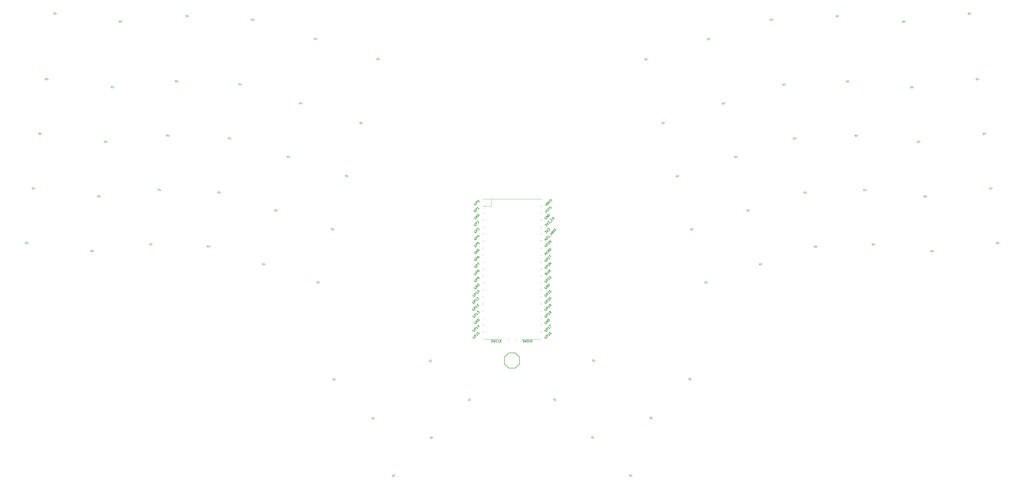
<source format=gbr>
%TF.GenerationSoftware,KiCad,Pcbnew,8.0.6*%
%TF.CreationDate,2024-12-18T16:48:01-08:00*%
%TF.ProjectId,gundamBowtie,67756e64-616d-4426-9f77-7469652e6b69,v1.0.0*%
%TF.SameCoordinates,Original*%
%TF.FileFunction,Legend,Top*%
%TF.FilePolarity,Positive*%
%FSLAX46Y46*%
G04 Gerber Fmt 4.6, Leading zero omitted, Abs format (unit mm)*
G04 Created by KiCad (PCBNEW 8.0.6) date 2024-12-18 16:48:01*
%MOMM*%
%LPD*%
G01*
G04 APERTURE LIST*
%ADD10C,0.150000*%
%ADD11C,0.100000*%
%ADD12C,0.120000*%
G04 APERTURE END LIST*
D10*
X194432518Y-151649600D02*
X194351706Y-151676537D01*
X194351706Y-151676537D02*
X194270894Y-151757349D01*
X194270894Y-151757349D02*
X194217019Y-151865099D01*
X194217019Y-151865099D02*
X194217019Y-151972848D01*
X194217019Y-151972848D02*
X194243956Y-152053661D01*
X194243956Y-152053661D02*
X194324769Y-152188348D01*
X194324769Y-152188348D02*
X194405581Y-152269160D01*
X194405581Y-152269160D02*
X194540268Y-152349972D01*
X194540268Y-152349972D02*
X194621080Y-152376909D01*
X194621080Y-152376909D02*
X194728830Y-152376909D01*
X194728830Y-152376909D02*
X194836579Y-152323035D01*
X194836579Y-152323035D02*
X194890454Y-152269160D01*
X194890454Y-152269160D02*
X194944329Y-152161410D01*
X194944329Y-152161410D02*
X194944329Y-152107535D01*
X194944329Y-152107535D02*
X194755767Y-151918974D01*
X194755767Y-151918974D02*
X194648017Y-152026723D01*
X195240640Y-151918974D02*
X194674955Y-151353288D01*
X194674955Y-151353288D02*
X194890454Y-151137789D01*
X194890454Y-151137789D02*
X194971266Y-151110852D01*
X194971266Y-151110852D02*
X195025141Y-151110852D01*
X195025141Y-151110852D02*
X195105953Y-151137789D01*
X195105953Y-151137789D02*
X195186765Y-151218601D01*
X195186765Y-151218601D02*
X195213703Y-151299413D01*
X195213703Y-151299413D02*
X195213703Y-151353288D01*
X195213703Y-151353288D02*
X195186765Y-151434100D01*
X195186765Y-151434100D02*
X194971266Y-151649600D01*
X195483077Y-150545166D02*
X195375327Y-150652916D01*
X195375327Y-150652916D02*
X195348390Y-150733728D01*
X195348390Y-150733728D02*
X195348390Y-150787603D01*
X195348390Y-150787603D02*
X195375327Y-150922290D01*
X195375327Y-150922290D02*
X195456139Y-151056977D01*
X195456139Y-151056977D02*
X195671639Y-151272476D01*
X195671639Y-151272476D02*
X195752451Y-151299413D01*
X195752451Y-151299413D02*
X195806326Y-151299413D01*
X195806326Y-151299413D02*
X195887138Y-151272476D01*
X195887138Y-151272476D02*
X195994887Y-151164726D01*
X195994887Y-151164726D02*
X196021825Y-151083914D01*
X196021825Y-151083914D02*
X196021825Y-151030039D01*
X196021825Y-151030039D02*
X195994887Y-150949227D01*
X195994887Y-150949227D02*
X195860200Y-150814540D01*
X195860200Y-150814540D02*
X195779388Y-150787603D01*
X195779388Y-150787603D02*
X195725513Y-150787603D01*
X195725513Y-150787603D02*
X195644701Y-150814540D01*
X195644701Y-150814540D02*
X195536952Y-150922290D01*
X195536952Y-150922290D02*
X195510014Y-151003102D01*
X195510014Y-151003102D02*
X195510014Y-151056977D01*
X195510014Y-151056977D02*
X195536952Y-151137789D01*
X220017152Y-159538976D02*
X219936339Y-159565913D01*
X219936339Y-159565913D02*
X219855527Y-159646726D01*
X219855527Y-159646726D02*
X219801652Y-159754475D01*
X219801652Y-159754475D02*
X219801652Y-159862225D01*
X219801652Y-159862225D02*
X219828590Y-159943037D01*
X219828590Y-159943037D02*
X219909402Y-160077724D01*
X219909402Y-160077724D02*
X219990214Y-160158536D01*
X219990214Y-160158536D02*
X220124901Y-160239349D01*
X220124901Y-160239349D02*
X220205714Y-160266286D01*
X220205714Y-160266286D02*
X220313463Y-160266286D01*
X220313463Y-160266286D02*
X220421213Y-160212411D01*
X220421213Y-160212411D02*
X220475088Y-160158536D01*
X220475088Y-160158536D02*
X220528962Y-160050787D01*
X220528962Y-160050787D02*
X220528962Y-159996912D01*
X220528962Y-159996912D02*
X220340401Y-159808350D01*
X220340401Y-159808350D02*
X220232651Y-159916100D01*
X220825274Y-159808350D02*
X220259588Y-159242665D01*
X220259588Y-159242665D02*
X220475088Y-159027165D01*
X220475088Y-159027165D02*
X220555900Y-159000228D01*
X220555900Y-159000228D02*
X220609775Y-159000228D01*
X220609775Y-159000228D02*
X220690587Y-159027165D01*
X220690587Y-159027165D02*
X220771399Y-159107978D01*
X220771399Y-159107978D02*
X220798336Y-159188790D01*
X220798336Y-159188790D02*
X220798336Y-159242665D01*
X220798336Y-159242665D02*
X220771399Y-159323477D01*
X220771399Y-159323477D02*
X220555900Y-159538976D01*
X220852211Y-158757791D02*
X220852211Y-158703917D01*
X220852211Y-158703917D02*
X220879149Y-158623104D01*
X220879149Y-158623104D02*
X221013836Y-158488417D01*
X221013836Y-158488417D02*
X221094648Y-158461480D01*
X221094648Y-158461480D02*
X221148523Y-158461480D01*
X221148523Y-158461480D02*
X221229335Y-158488417D01*
X221229335Y-158488417D02*
X221283210Y-158542292D01*
X221283210Y-158542292D02*
X221337084Y-158650042D01*
X221337084Y-158650042D02*
X221337084Y-159296539D01*
X221337084Y-159296539D02*
X221687271Y-158946353D01*
X221390959Y-158219043D02*
X221390959Y-158165168D01*
X221390959Y-158165168D02*
X221417897Y-158084356D01*
X221417897Y-158084356D02*
X221552584Y-157949669D01*
X221552584Y-157949669D02*
X221633396Y-157922732D01*
X221633396Y-157922732D02*
X221687271Y-157922732D01*
X221687271Y-157922732D02*
X221768083Y-157949669D01*
X221768083Y-157949669D02*
X221821958Y-158003544D01*
X221821958Y-158003544D02*
X221875833Y-158111294D01*
X221875833Y-158111294D02*
X221875833Y-158757791D01*
X221875833Y-158757791D02*
X222226019Y-158407605D01*
X194405574Y-136436545D02*
X194324762Y-136463482D01*
X194324762Y-136463482D02*
X194243950Y-136544294D01*
X194243950Y-136544294D02*
X194190075Y-136652044D01*
X194190075Y-136652044D02*
X194190075Y-136759794D01*
X194190075Y-136759794D02*
X194217012Y-136840606D01*
X194217012Y-136840606D02*
X194297824Y-136975293D01*
X194297824Y-136975293D02*
X194378637Y-137056105D01*
X194378637Y-137056105D02*
X194513324Y-137136917D01*
X194513324Y-137136917D02*
X194594136Y-137163855D01*
X194594136Y-137163855D02*
X194701885Y-137163855D01*
X194701885Y-137163855D02*
X194809635Y-137109980D01*
X194809635Y-137109980D02*
X194863510Y-137056105D01*
X194863510Y-137056105D02*
X194917385Y-136948355D01*
X194917385Y-136948355D02*
X194917385Y-136894481D01*
X194917385Y-136894481D02*
X194728823Y-136705919D01*
X194728823Y-136705919D02*
X194621073Y-136813668D01*
X195213696Y-136705919D02*
X194648011Y-136140233D01*
X194648011Y-136140233D02*
X195536945Y-136382670D01*
X195536945Y-136382670D02*
X194971259Y-135816985D01*
X195806319Y-136113296D02*
X195240633Y-135547611D01*
X195240633Y-135547611D02*
X195375320Y-135412924D01*
X195375320Y-135412924D02*
X195483070Y-135359049D01*
X195483070Y-135359049D02*
X195590819Y-135359049D01*
X195590819Y-135359049D02*
X195671632Y-135385986D01*
X195671632Y-135385986D02*
X195806319Y-135466799D01*
X195806319Y-135466799D02*
X195887131Y-135547611D01*
X195887131Y-135547611D02*
X195967943Y-135682298D01*
X195967943Y-135682298D02*
X195994880Y-135763110D01*
X195994880Y-135763110D02*
X195994880Y-135870860D01*
X195994880Y-135870860D02*
X195941006Y-135978609D01*
X195941006Y-135978609D02*
X195806319Y-136113296D01*
X219809265Y-141828965D02*
X220159451Y-141478779D01*
X220159451Y-141478779D02*
X220186389Y-141882840D01*
X220186389Y-141882840D02*
X220267201Y-141802028D01*
X220267201Y-141802028D02*
X220348013Y-141775090D01*
X220348013Y-141775090D02*
X220401888Y-141775090D01*
X220401888Y-141775090D02*
X220482700Y-141802028D01*
X220482700Y-141802028D02*
X220617387Y-141936715D01*
X220617387Y-141936715D02*
X220644324Y-142017527D01*
X220644324Y-142017527D02*
X220644324Y-142071402D01*
X220644324Y-142071402D02*
X220617387Y-142152214D01*
X220617387Y-142152214D02*
X220455763Y-142313838D01*
X220455763Y-142313838D02*
X220374950Y-142340776D01*
X220374950Y-142340776D02*
X220321076Y-142340776D01*
X220321076Y-141317154D02*
X221075323Y-141694278D01*
X221075323Y-141694278D02*
X220698199Y-140940031D01*
X220832886Y-140805344D02*
X221183072Y-140455158D01*
X221183072Y-140455158D02*
X221210010Y-140859219D01*
X221210010Y-140859219D02*
X221290822Y-140778406D01*
X221290822Y-140778406D02*
X221371634Y-140751469D01*
X221371634Y-140751469D02*
X221425509Y-140751469D01*
X221425509Y-140751469D02*
X221506321Y-140778406D01*
X221506321Y-140778406D02*
X221641008Y-140913093D01*
X221641008Y-140913093D02*
X221667946Y-140993906D01*
X221667946Y-140993906D02*
X221667946Y-141047780D01*
X221667946Y-141047780D02*
X221641008Y-141128593D01*
X221641008Y-141128593D02*
X221479384Y-141290217D01*
X221479384Y-141290217D02*
X221398572Y-141317154D01*
X221398572Y-141317154D02*
X221344697Y-141317154D01*
X194432517Y-131329594D02*
X194351705Y-131356531D01*
X194351705Y-131356531D02*
X194270893Y-131437343D01*
X194270893Y-131437343D02*
X194217018Y-131545093D01*
X194217018Y-131545093D02*
X194217018Y-131652842D01*
X194217018Y-131652842D02*
X194243955Y-131733655D01*
X194243955Y-131733655D02*
X194324768Y-131868342D01*
X194324768Y-131868342D02*
X194405580Y-131949154D01*
X194405580Y-131949154D02*
X194540267Y-132029966D01*
X194540267Y-132029966D02*
X194621079Y-132056903D01*
X194621079Y-132056903D02*
X194728829Y-132056903D01*
X194728829Y-132056903D02*
X194836578Y-132003029D01*
X194836578Y-132003029D02*
X194890453Y-131949154D01*
X194890453Y-131949154D02*
X194944328Y-131841404D01*
X194944328Y-131841404D02*
X194944328Y-131787529D01*
X194944328Y-131787529D02*
X194755766Y-131598968D01*
X194755766Y-131598968D02*
X194648016Y-131706717D01*
X195240639Y-131598968D02*
X194674954Y-131033282D01*
X194674954Y-131033282D02*
X194890453Y-130817783D01*
X194890453Y-130817783D02*
X194971265Y-130790846D01*
X194971265Y-130790846D02*
X195025140Y-130790846D01*
X195025140Y-130790846D02*
X195105952Y-130817783D01*
X195105952Y-130817783D02*
X195186764Y-130898595D01*
X195186764Y-130898595D02*
X195213702Y-130979407D01*
X195213702Y-130979407D02*
X195213702Y-131033282D01*
X195213702Y-131033282D02*
X195186764Y-131114094D01*
X195186764Y-131114094D02*
X194971265Y-131329594D01*
X195348389Y-130359847D02*
X195402264Y-130305972D01*
X195402264Y-130305972D02*
X195483076Y-130279035D01*
X195483076Y-130279035D02*
X195536951Y-130279035D01*
X195536951Y-130279035D02*
X195617763Y-130305972D01*
X195617763Y-130305972D02*
X195752450Y-130386785D01*
X195752450Y-130386785D02*
X195887137Y-130521472D01*
X195887137Y-130521472D02*
X195967949Y-130656159D01*
X195967949Y-130656159D02*
X195994886Y-130736971D01*
X195994886Y-130736971D02*
X195994886Y-130790846D01*
X195994886Y-130790846D02*
X195967949Y-130871658D01*
X195967949Y-130871658D02*
X195914074Y-130925533D01*
X195914074Y-130925533D02*
X195833262Y-130952470D01*
X195833262Y-130952470D02*
X195779387Y-130952470D01*
X195779387Y-130952470D02*
X195698575Y-130925533D01*
X195698575Y-130925533D02*
X195563888Y-130844720D01*
X195563888Y-130844720D02*
X195429201Y-130710033D01*
X195429201Y-130710033D02*
X195348389Y-130575346D01*
X195348389Y-130575346D02*
X195321451Y-130494534D01*
X195321451Y-130494534D02*
X195321451Y-130440659D01*
X195321451Y-130440659D02*
X195348389Y-130359847D01*
X220017150Y-177318973D02*
X219936337Y-177345910D01*
X219936337Y-177345910D02*
X219855525Y-177426723D01*
X219855525Y-177426723D02*
X219801650Y-177534472D01*
X219801650Y-177534472D02*
X219801650Y-177642222D01*
X219801650Y-177642222D02*
X219828588Y-177723034D01*
X219828588Y-177723034D02*
X219909400Y-177857721D01*
X219909400Y-177857721D02*
X219990212Y-177938533D01*
X219990212Y-177938533D02*
X220124899Y-178019346D01*
X220124899Y-178019346D02*
X220205712Y-178046283D01*
X220205712Y-178046283D02*
X220313461Y-178046283D01*
X220313461Y-178046283D02*
X220421211Y-177992408D01*
X220421211Y-177992408D02*
X220475086Y-177938533D01*
X220475086Y-177938533D02*
X220528960Y-177830784D01*
X220528960Y-177830784D02*
X220528960Y-177776909D01*
X220528960Y-177776909D02*
X220340399Y-177588347D01*
X220340399Y-177588347D02*
X220232649Y-177696097D01*
X220825272Y-177588347D02*
X220259586Y-177022662D01*
X220259586Y-177022662D02*
X220475086Y-176807162D01*
X220475086Y-176807162D02*
X220555898Y-176780225D01*
X220555898Y-176780225D02*
X220609773Y-176780225D01*
X220609773Y-176780225D02*
X220690585Y-176807162D01*
X220690585Y-176807162D02*
X220771397Y-176887975D01*
X220771397Y-176887975D02*
X220798334Y-176968787D01*
X220798334Y-176968787D02*
X220798334Y-177022662D01*
X220798334Y-177022662D02*
X220771397Y-177103474D01*
X220771397Y-177103474D02*
X220555898Y-177318973D01*
X221687269Y-176726350D02*
X221364020Y-177049599D01*
X221525644Y-176887975D02*
X220959959Y-176322289D01*
X220959959Y-176322289D02*
X220986896Y-176456976D01*
X220986896Y-176456976D02*
X220986896Y-176564726D01*
X220986896Y-176564726D02*
X220959959Y-176645538D01*
X221310145Y-175972103D02*
X221687269Y-175594979D01*
X221687269Y-175594979D02*
X222010518Y-176403101D01*
X220005573Y-161836539D02*
X219924761Y-161863476D01*
X219924761Y-161863476D02*
X219843949Y-161944288D01*
X219843949Y-161944288D02*
X219790074Y-162052038D01*
X219790074Y-162052038D02*
X219790074Y-162159788D01*
X219790074Y-162159788D02*
X219817011Y-162240600D01*
X219817011Y-162240600D02*
X219897823Y-162375287D01*
X219897823Y-162375287D02*
X219978636Y-162456099D01*
X219978636Y-162456099D02*
X220113323Y-162536911D01*
X220113323Y-162536911D02*
X220194135Y-162563849D01*
X220194135Y-162563849D02*
X220301884Y-162563849D01*
X220301884Y-162563849D02*
X220409634Y-162509974D01*
X220409634Y-162509974D02*
X220463509Y-162456099D01*
X220463509Y-162456099D02*
X220517384Y-162348349D01*
X220517384Y-162348349D02*
X220517384Y-162294475D01*
X220517384Y-162294475D02*
X220328822Y-162105913D01*
X220328822Y-162105913D02*
X220221072Y-162213662D01*
X220813695Y-162105913D02*
X220248010Y-161540227D01*
X220248010Y-161540227D02*
X221136944Y-161782664D01*
X221136944Y-161782664D02*
X220571258Y-161216979D01*
X221406318Y-161513290D02*
X220840632Y-160947605D01*
X220840632Y-160947605D02*
X220975319Y-160812918D01*
X220975319Y-160812918D02*
X221083069Y-160759043D01*
X221083069Y-160759043D02*
X221190818Y-160759043D01*
X221190818Y-160759043D02*
X221271631Y-160785980D01*
X221271631Y-160785980D02*
X221406318Y-160866793D01*
X221406318Y-160866793D02*
X221487130Y-160947605D01*
X221487130Y-160947605D02*
X221567942Y-161082292D01*
X221567942Y-161082292D02*
X221594879Y-161163104D01*
X221594879Y-161163104D02*
X221594879Y-161270854D01*
X221594879Y-161270854D02*
X221541005Y-161378603D01*
X221541005Y-161378603D02*
X221406318Y-161513290D01*
X219841554Y-139296689D02*
X220191740Y-138946503D01*
X220191740Y-138946503D02*
X220218678Y-139350564D01*
X220218678Y-139350564D02*
X220299490Y-139269751D01*
X220299490Y-139269751D02*
X220380302Y-139242814D01*
X220380302Y-139242814D02*
X220434177Y-139242814D01*
X220434177Y-139242814D02*
X220514989Y-139269751D01*
X220514989Y-139269751D02*
X220649676Y-139404438D01*
X220649676Y-139404438D02*
X220676614Y-139485251D01*
X220676614Y-139485251D02*
X220676614Y-139539125D01*
X220676614Y-139539125D02*
X220649676Y-139619938D01*
X220649676Y-139619938D02*
X220488052Y-139781562D01*
X220488052Y-139781562D02*
X220407240Y-139808499D01*
X220407240Y-139808499D02*
X220353365Y-139808499D01*
X220353365Y-138784878D02*
X221107612Y-139162002D01*
X221107612Y-139162002D02*
X220730489Y-138407754D01*
X220865175Y-138273068D02*
X221215362Y-137922881D01*
X221215362Y-137922881D02*
X221242299Y-138326942D01*
X221242299Y-138326942D02*
X221323111Y-138246130D01*
X221323111Y-138246130D02*
X221403923Y-138219193D01*
X221403923Y-138219193D02*
X221457798Y-138219193D01*
X221457798Y-138219193D02*
X221538611Y-138246130D01*
X221538611Y-138246130D02*
X221673298Y-138380817D01*
X221673298Y-138380817D02*
X221700235Y-138461629D01*
X221700235Y-138461629D02*
X221700235Y-138515504D01*
X221700235Y-138515504D02*
X221673298Y-138596316D01*
X221673298Y-138596316D02*
X221511673Y-138757941D01*
X221511673Y-138757941D02*
X221430861Y-138784878D01*
X221430861Y-138784878D02*
X221376986Y-138784878D01*
X221942672Y-138434692D02*
X222373670Y-138003693D01*
X222158171Y-137518820D02*
X222346733Y-137330258D01*
X222723856Y-137545757D02*
X222454482Y-137815131D01*
X222454482Y-137815131D02*
X221888797Y-137249446D01*
X221888797Y-137249446D02*
X222158171Y-136980072D01*
X222966293Y-137303320D02*
X222400608Y-136737635D01*
X222400608Y-136737635D02*
X223289542Y-136980072D01*
X223289542Y-136980072D02*
X222723857Y-136414386D01*
X193909142Y-179858974D02*
X193828329Y-179885911D01*
X193828329Y-179885911D02*
X193747517Y-179966724D01*
X193747517Y-179966724D02*
X193693642Y-180074473D01*
X193693642Y-180074473D02*
X193693642Y-180182223D01*
X193693642Y-180182223D02*
X193720580Y-180263035D01*
X193720580Y-180263035D02*
X193801392Y-180397722D01*
X193801392Y-180397722D02*
X193882204Y-180478534D01*
X193882204Y-180478534D02*
X194016891Y-180559347D01*
X194016891Y-180559347D02*
X194097704Y-180586284D01*
X194097704Y-180586284D02*
X194205453Y-180586284D01*
X194205453Y-180586284D02*
X194313203Y-180532409D01*
X194313203Y-180532409D02*
X194367078Y-180478534D01*
X194367078Y-180478534D02*
X194420952Y-180370785D01*
X194420952Y-180370785D02*
X194420952Y-180316910D01*
X194420952Y-180316910D02*
X194232391Y-180128348D01*
X194232391Y-180128348D02*
X194124641Y-180236098D01*
X194717264Y-180128348D02*
X194151578Y-179562663D01*
X194151578Y-179562663D02*
X194367078Y-179347163D01*
X194367078Y-179347163D02*
X194447890Y-179320226D01*
X194447890Y-179320226D02*
X194501765Y-179320226D01*
X194501765Y-179320226D02*
X194582577Y-179347163D01*
X194582577Y-179347163D02*
X194663389Y-179427976D01*
X194663389Y-179427976D02*
X194690326Y-179508788D01*
X194690326Y-179508788D02*
X194690326Y-179562663D01*
X194690326Y-179562663D02*
X194663389Y-179643475D01*
X194663389Y-179643475D02*
X194447890Y-179858974D01*
X195579261Y-179266351D02*
X195256012Y-179589600D01*
X195417636Y-179427976D02*
X194851951Y-178862290D01*
X194851951Y-178862290D02*
X194878888Y-178996977D01*
X194878888Y-178996977D02*
X194878888Y-179104727D01*
X194878888Y-179104727D02*
X194851951Y-179185539D01*
X195525386Y-178188855D02*
X195256012Y-178458229D01*
X195256012Y-178458229D02*
X195498449Y-178754540D01*
X195498449Y-178754540D02*
X195498449Y-178700666D01*
X195498449Y-178700666D02*
X195525386Y-178619853D01*
X195525386Y-178619853D02*
X195660073Y-178485166D01*
X195660073Y-178485166D02*
X195740885Y-178458229D01*
X195740885Y-178458229D02*
X195794760Y-178458229D01*
X195794760Y-178458229D02*
X195875572Y-178485166D01*
X195875572Y-178485166D02*
X196010259Y-178619853D01*
X196010259Y-178619853D02*
X196037197Y-178700666D01*
X196037197Y-178700666D02*
X196037197Y-178754540D01*
X196037197Y-178754540D02*
X196010259Y-178835353D01*
X196010259Y-178835353D02*
X195875572Y-178970040D01*
X195875572Y-178970040D02*
X195794760Y-178996977D01*
X195794760Y-178996977D02*
X195740885Y-178996977D01*
X194432526Y-159269608D02*
X194351714Y-159296545D01*
X194351714Y-159296545D02*
X194270902Y-159377357D01*
X194270902Y-159377357D02*
X194217027Y-159485107D01*
X194217027Y-159485107D02*
X194217027Y-159592856D01*
X194217027Y-159592856D02*
X194243964Y-159673669D01*
X194243964Y-159673669D02*
X194324777Y-159808356D01*
X194324777Y-159808356D02*
X194405589Y-159889168D01*
X194405589Y-159889168D02*
X194540276Y-159969980D01*
X194540276Y-159969980D02*
X194621088Y-159996917D01*
X194621088Y-159996917D02*
X194728838Y-159996917D01*
X194728838Y-159996917D02*
X194836587Y-159943043D01*
X194836587Y-159943043D02*
X194890462Y-159889168D01*
X194890462Y-159889168D02*
X194944337Y-159781418D01*
X194944337Y-159781418D02*
X194944337Y-159727543D01*
X194944337Y-159727543D02*
X194755775Y-159538982D01*
X194755775Y-159538982D02*
X194648025Y-159646731D01*
X195240648Y-159538982D02*
X194674963Y-158973296D01*
X194674963Y-158973296D02*
X194890462Y-158757797D01*
X194890462Y-158757797D02*
X194971274Y-158730860D01*
X194971274Y-158730860D02*
X195025149Y-158730860D01*
X195025149Y-158730860D02*
X195105961Y-158757797D01*
X195105961Y-158757797D02*
X195186773Y-158838609D01*
X195186773Y-158838609D02*
X195213711Y-158919421D01*
X195213711Y-158919421D02*
X195213711Y-158973296D01*
X195213711Y-158973296D02*
X195186773Y-159054108D01*
X195186773Y-159054108D02*
X194971274Y-159269608D01*
X195833271Y-158946359D02*
X195941021Y-158838609D01*
X195941021Y-158838609D02*
X195967958Y-158757797D01*
X195967958Y-158757797D02*
X195967958Y-158703922D01*
X195967958Y-158703922D02*
X195941021Y-158569235D01*
X195941021Y-158569235D02*
X195860208Y-158434548D01*
X195860208Y-158434548D02*
X195644709Y-158219049D01*
X195644709Y-158219049D02*
X195563897Y-158192112D01*
X195563897Y-158192112D02*
X195510022Y-158192112D01*
X195510022Y-158192112D02*
X195429210Y-158219049D01*
X195429210Y-158219049D02*
X195321460Y-158326799D01*
X195321460Y-158326799D02*
X195294523Y-158407611D01*
X195294523Y-158407611D02*
X195294523Y-158461486D01*
X195294523Y-158461486D02*
X195321460Y-158542298D01*
X195321460Y-158542298D02*
X195456147Y-158676985D01*
X195456147Y-158676985D02*
X195536960Y-158703922D01*
X195536960Y-158703922D02*
X195590834Y-158703922D01*
X195590834Y-158703922D02*
X195671647Y-158676985D01*
X195671647Y-158676985D02*
X195779396Y-158569235D01*
X195779396Y-158569235D02*
X195806334Y-158488423D01*
X195806334Y-158488423D02*
X195806334Y-158434548D01*
X195806334Y-158434548D02*
X195779396Y-158353736D01*
X194432512Y-146569598D02*
X194351700Y-146596535D01*
X194351700Y-146596535D02*
X194270888Y-146677347D01*
X194270888Y-146677347D02*
X194217013Y-146785097D01*
X194217013Y-146785097D02*
X194217013Y-146892846D01*
X194217013Y-146892846D02*
X194243950Y-146973659D01*
X194243950Y-146973659D02*
X194324763Y-147108346D01*
X194324763Y-147108346D02*
X194405575Y-147189158D01*
X194405575Y-147189158D02*
X194540262Y-147269970D01*
X194540262Y-147269970D02*
X194621074Y-147296907D01*
X194621074Y-147296907D02*
X194728824Y-147296907D01*
X194728824Y-147296907D02*
X194836573Y-147243033D01*
X194836573Y-147243033D02*
X194890448Y-147189158D01*
X194890448Y-147189158D02*
X194944323Y-147081408D01*
X194944323Y-147081408D02*
X194944323Y-147027533D01*
X194944323Y-147027533D02*
X194755761Y-146838972D01*
X194755761Y-146838972D02*
X194648011Y-146946721D01*
X195240634Y-146838972D02*
X194674949Y-146273286D01*
X194674949Y-146273286D02*
X194890448Y-146057787D01*
X194890448Y-146057787D02*
X194971260Y-146030850D01*
X194971260Y-146030850D02*
X195025135Y-146030850D01*
X195025135Y-146030850D02*
X195105947Y-146057787D01*
X195105947Y-146057787D02*
X195186759Y-146138599D01*
X195186759Y-146138599D02*
X195213697Y-146219411D01*
X195213697Y-146219411D02*
X195213697Y-146273286D01*
X195213697Y-146273286D02*
X195186759Y-146354098D01*
X195186759Y-146354098D02*
X194971260Y-146569598D01*
X195510008Y-145438227D02*
X195240634Y-145707601D01*
X195240634Y-145707601D02*
X195483071Y-146003912D01*
X195483071Y-146003912D02*
X195483071Y-145950037D01*
X195483071Y-145950037D02*
X195510008Y-145869225D01*
X195510008Y-145869225D02*
X195644695Y-145734538D01*
X195644695Y-145734538D02*
X195725507Y-145707601D01*
X195725507Y-145707601D02*
X195779382Y-145707601D01*
X195779382Y-145707601D02*
X195860194Y-145734538D01*
X195860194Y-145734538D02*
X195994881Y-145869225D01*
X195994881Y-145869225D02*
X196021819Y-145950037D01*
X196021819Y-145950037D02*
X196021819Y-146003912D01*
X196021819Y-146003912D02*
X195994881Y-146084724D01*
X195994881Y-146084724D02*
X195860194Y-146219411D01*
X195860194Y-146219411D02*
X195779382Y-146246349D01*
X195779382Y-146246349D02*
X195725507Y-146246349D01*
X211823908Y-181862310D02*
X211938194Y-181900405D01*
X211938194Y-181900405D02*
X212128670Y-181900405D01*
X212128670Y-181900405D02*
X212204861Y-181862310D01*
X212204861Y-181862310D02*
X212242956Y-181824214D01*
X212242956Y-181824214D02*
X212281051Y-181748024D01*
X212281051Y-181748024D02*
X212281051Y-181671833D01*
X212281051Y-181671833D02*
X212242956Y-181595643D01*
X212242956Y-181595643D02*
X212204861Y-181557548D01*
X212204861Y-181557548D02*
X212128670Y-181519452D01*
X212128670Y-181519452D02*
X211976289Y-181481357D01*
X211976289Y-181481357D02*
X211900099Y-181443262D01*
X211900099Y-181443262D02*
X211862004Y-181405167D01*
X211862004Y-181405167D02*
X211823908Y-181328976D01*
X211823908Y-181328976D02*
X211823908Y-181252786D01*
X211823908Y-181252786D02*
X211862004Y-181176595D01*
X211862004Y-181176595D02*
X211900099Y-181138500D01*
X211900099Y-181138500D02*
X211976289Y-181100405D01*
X211976289Y-181100405D02*
X212166766Y-181100405D01*
X212166766Y-181100405D02*
X212281051Y-181138500D01*
X212547718Y-181100405D02*
X212738194Y-181900405D01*
X212738194Y-181900405D02*
X212890575Y-181328976D01*
X212890575Y-181328976D02*
X213042956Y-181900405D01*
X213042956Y-181900405D02*
X213233433Y-181100405D01*
X213538195Y-181900405D02*
X213538195Y-181100405D01*
X213538195Y-181100405D02*
X213728671Y-181100405D01*
X213728671Y-181100405D02*
X213842957Y-181138500D01*
X213842957Y-181138500D02*
X213919147Y-181214690D01*
X213919147Y-181214690D02*
X213957242Y-181290881D01*
X213957242Y-181290881D02*
X213995338Y-181443262D01*
X213995338Y-181443262D02*
X213995338Y-181557548D01*
X213995338Y-181557548D02*
X213957242Y-181709929D01*
X213957242Y-181709929D02*
X213919147Y-181786119D01*
X213919147Y-181786119D02*
X213842957Y-181862310D01*
X213842957Y-181862310D02*
X213728671Y-181900405D01*
X213728671Y-181900405D02*
X213538195Y-181900405D01*
X214338195Y-181900405D02*
X214338195Y-181100405D01*
X214871528Y-181100405D02*
X215023909Y-181100405D01*
X215023909Y-181100405D02*
X215100099Y-181138500D01*
X215100099Y-181138500D02*
X215176290Y-181214690D01*
X215176290Y-181214690D02*
X215214385Y-181367071D01*
X215214385Y-181367071D02*
X215214385Y-181633738D01*
X215214385Y-181633738D02*
X215176290Y-181786119D01*
X215176290Y-181786119D02*
X215100099Y-181862310D01*
X215100099Y-181862310D02*
X215023909Y-181900405D01*
X215023909Y-181900405D02*
X214871528Y-181900405D01*
X214871528Y-181900405D02*
X214795337Y-181862310D01*
X214795337Y-181862310D02*
X214719147Y-181786119D01*
X214719147Y-181786119D02*
X214681051Y-181633738D01*
X214681051Y-181633738D02*
X214681051Y-181367071D01*
X214681051Y-181367071D02*
X214719147Y-181214690D01*
X214719147Y-181214690D02*
X214795337Y-181138500D01*
X214795337Y-181138500D02*
X214871528Y-181100405D01*
X220017142Y-164628967D02*
X219936329Y-164655904D01*
X219936329Y-164655904D02*
X219855517Y-164736717D01*
X219855517Y-164736717D02*
X219801642Y-164844466D01*
X219801642Y-164844466D02*
X219801642Y-164952216D01*
X219801642Y-164952216D02*
X219828580Y-165033028D01*
X219828580Y-165033028D02*
X219909392Y-165167715D01*
X219909392Y-165167715D02*
X219990204Y-165248527D01*
X219990204Y-165248527D02*
X220124891Y-165329340D01*
X220124891Y-165329340D02*
X220205704Y-165356277D01*
X220205704Y-165356277D02*
X220313453Y-165356277D01*
X220313453Y-165356277D02*
X220421203Y-165302402D01*
X220421203Y-165302402D02*
X220475078Y-165248527D01*
X220475078Y-165248527D02*
X220528952Y-165140778D01*
X220528952Y-165140778D02*
X220528952Y-165086903D01*
X220528952Y-165086903D02*
X220340391Y-164898341D01*
X220340391Y-164898341D02*
X220232641Y-165006091D01*
X220825264Y-164898341D02*
X220259578Y-164332656D01*
X220259578Y-164332656D02*
X220475078Y-164117156D01*
X220475078Y-164117156D02*
X220555890Y-164090219D01*
X220555890Y-164090219D02*
X220609765Y-164090219D01*
X220609765Y-164090219D02*
X220690577Y-164117156D01*
X220690577Y-164117156D02*
X220771389Y-164197969D01*
X220771389Y-164197969D02*
X220798326Y-164278781D01*
X220798326Y-164278781D02*
X220798326Y-164332656D01*
X220798326Y-164332656D02*
X220771389Y-164413468D01*
X220771389Y-164413468D02*
X220555890Y-164628967D01*
X220852201Y-163847782D02*
X220852201Y-163793908D01*
X220852201Y-163793908D02*
X220879139Y-163713095D01*
X220879139Y-163713095D02*
X221013826Y-163578408D01*
X221013826Y-163578408D02*
X221094638Y-163551471D01*
X221094638Y-163551471D02*
X221148513Y-163551471D01*
X221148513Y-163551471D02*
X221229325Y-163578408D01*
X221229325Y-163578408D02*
X221283200Y-163632283D01*
X221283200Y-163632283D02*
X221337074Y-163740033D01*
X221337074Y-163740033D02*
X221337074Y-164386530D01*
X221337074Y-164386530D02*
X221687261Y-164036344D01*
X222226009Y-163497596D02*
X221902760Y-163820845D01*
X222064384Y-163659220D02*
X221498699Y-163093535D01*
X221498699Y-163093535D02*
X221525636Y-163228222D01*
X221525636Y-163228222D02*
X221525636Y-163335972D01*
X221525636Y-163335972D02*
X221498699Y-163416784D01*
X220017141Y-146584979D02*
X219936328Y-146611916D01*
X219936328Y-146611916D02*
X219855516Y-146692729D01*
X219855516Y-146692729D02*
X219801641Y-146800478D01*
X219801641Y-146800478D02*
X219801641Y-146908228D01*
X219801641Y-146908228D02*
X219828579Y-146989040D01*
X219828579Y-146989040D02*
X219909391Y-147123727D01*
X219909391Y-147123727D02*
X219990203Y-147204539D01*
X219990203Y-147204539D02*
X220124890Y-147285352D01*
X220124890Y-147285352D02*
X220205703Y-147312289D01*
X220205703Y-147312289D02*
X220313452Y-147312289D01*
X220313452Y-147312289D02*
X220421202Y-147258414D01*
X220421202Y-147258414D02*
X220475077Y-147204539D01*
X220475077Y-147204539D02*
X220528951Y-147096790D01*
X220528951Y-147096790D02*
X220528951Y-147042915D01*
X220528951Y-147042915D02*
X220340390Y-146854353D01*
X220340390Y-146854353D02*
X220232640Y-146962103D01*
X220825263Y-146854353D02*
X220259577Y-146288668D01*
X220259577Y-146288668D02*
X220475077Y-146073168D01*
X220475077Y-146073168D02*
X220555889Y-146046231D01*
X220555889Y-146046231D02*
X220609764Y-146046231D01*
X220609764Y-146046231D02*
X220690576Y-146073168D01*
X220690576Y-146073168D02*
X220771388Y-146153981D01*
X220771388Y-146153981D02*
X220798325Y-146234793D01*
X220798325Y-146234793D02*
X220798325Y-146288668D01*
X220798325Y-146288668D02*
X220771388Y-146369480D01*
X220771388Y-146369480D02*
X220555889Y-146584979D01*
X220852200Y-145803794D02*
X220852200Y-145749920D01*
X220852200Y-145749920D02*
X220879138Y-145669107D01*
X220879138Y-145669107D02*
X221013825Y-145534420D01*
X221013825Y-145534420D02*
X221094637Y-145507483D01*
X221094637Y-145507483D02*
X221148512Y-145507483D01*
X221148512Y-145507483D02*
X221229324Y-145534420D01*
X221229324Y-145534420D02*
X221283199Y-145588295D01*
X221283199Y-145588295D02*
X221337073Y-145696045D01*
X221337073Y-145696045D02*
X221337073Y-146342542D01*
X221337073Y-146342542D02*
X221687260Y-145992356D01*
X221687260Y-145345858D02*
X221606448Y-145372796D01*
X221606448Y-145372796D02*
X221552573Y-145372796D01*
X221552573Y-145372796D02*
X221471761Y-145345858D01*
X221471761Y-145345858D02*
X221444823Y-145318921D01*
X221444823Y-145318921D02*
X221417886Y-145238109D01*
X221417886Y-145238109D02*
X221417886Y-145184234D01*
X221417886Y-145184234D02*
X221444823Y-145103422D01*
X221444823Y-145103422D02*
X221552573Y-144995672D01*
X221552573Y-144995672D02*
X221633385Y-144968735D01*
X221633385Y-144968735D02*
X221687260Y-144968735D01*
X221687260Y-144968735D02*
X221768072Y-144995672D01*
X221768072Y-144995672D02*
X221795009Y-145022610D01*
X221795009Y-145022610D02*
X221821947Y-145103422D01*
X221821947Y-145103422D02*
X221821947Y-145157297D01*
X221821947Y-145157297D02*
X221795009Y-145238109D01*
X221795009Y-145238109D02*
X221687260Y-145345858D01*
X221687260Y-145345858D02*
X221660322Y-145426671D01*
X221660322Y-145426671D02*
X221660322Y-145480545D01*
X221660322Y-145480545D02*
X221687260Y-145561358D01*
X221687260Y-145561358D02*
X221795009Y-145669107D01*
X221795009Y-145669107D02*
X221875822Y-145696045D01*
X221875822Y-145696045D02*
X221929696Y-145696045D01*
X221929696Y-145696045D02*
X222010509Y-145669107D01*
X222010509Y-145669107D02*
X222118258Y-145561358D01*
X222118258Y-145561358D02*
X222145196Y-145480545D01*
X222145196Y-145480545D02*
X222145196Y-145426671D01*
X222145196Y-145426671D02*
X222118258Y-145345858D01*
X222118258Y-145345858D02*
X222010509Y-145238109D01*
X222010509Y-145238109D02*
X221929696Y-145211171D01*
X221929696Y-145211171D02*
X221875822Y-145211171D01*
X221875822Y-145211171D02*
X221795009Y-145238109D01*
X193763141Y-169698976D02*
X193682328Y-169725913D01*
X193682328Y-169725913D02*
X193601516Y-169806726D01*
X193601516Y-169806726D02*
X193547641Y-169914475D01*
X193547641Y-169914475D02*
X193547641Y-170022225D01*
X193547641Y-170022225D02*
X193574579Y-170103037D01*
X193574579Y-170103037D02*
X193655391Y-170237724D01*
X193655391Y-170237724D02*
X193736203Y-170318536D01*
X193736203Y-170318536D02*
X193870890Y-170399349D01*
X193870890Y-170399349D02*
X193951703Y-170426286D01*
X193951703Y-170426286D02*
X194059452Y-170426286D01*
X194059452Y-170426286D02*
X194167202Y-170372411D01*
X194167202Y-170372411D02*
X194221077Y-170318536D01*
X194221077Y-170318536D02*
X194274951Y-170210787D01*
X194274951Y-170210787D02*
X194274951Y-170156912D01*
X194274951Y-170156912D02*
X194086390Y-169968350D01*
X194086390Y-169968350D02*
X193978640Y-170076100D01*
X194571263Y-169968350D02*
X194005577Y-169402665D01*
X194005577Y-169402665D02*
X194221077Y-169187165D01*
X194221077Y-169187165D02*
X194301889Y-169160228D01*
X194301889Y-169160228D02*
X194355764Y-169160228D01*
X194355764Y-169160228D02*
X194436576Y-169187165D01*
X194436576Y-169187165D02*
X194517388Y-169267978D01*
X194517388Y-169267978D02*
X194544325Y-169348790D01*
X194544325Y-169348790D02*
X194544325Y-169402665D01*
X194544325Y-169402665D02*
X194517388Y-169483477D01*
X194517388Y-169483477D02*
X194301889Y-169698976D01*
X195433260Y-169106353D02*
X195110011Y-169429602D01*
X195271635Y-169267978D02*
X194705950Y-168702292D01*
X194705950Y-168702292D02*
X194732887Y-168836979D01*
X194732887Y-168836979D02*
X194732887Y-168944729D01*
X194732887Y-168944729D02*
X194705950Y-169025541D01*
X195136948Y-168379043D02*
X195136948Y-168325168D01*
X195136948Y-168325168D02*
X195163886Y-168244356D01*
X195163886Y-168244356D02*
X195298573Y-168109669D01*
X195298573Y-168109669D02*
X195379385Y-168082732D01*
X195379385Y-168082732D02*
X195433260Y-168082732D01*
X195433260Y-168082732D02*
X195514072Y-168109669D01*
X195514072Y-168109669D02*
X195567947Y-168163544D01*
X195567947Y-168163544D02*
X195621822Y-168271294D01*
X195621822Y-168271294D02*
X195621822Y-168917791D01*
X195621822Y-168917791D02*
X195972008Y-168567605D01*
X220017144Y-154458977D02*
X219936331Y-154485914D01*
X219936331Y-154485914D02*
X219855519Y-154566727D01*
X219855519Y-154566727D02*
X219801644Y-154674476D01*
X219801644Y-154674476D02*
X219801644Y-154782226D01*
X219801644Y-154782226D02*
X219828582Y-154863038D01*
X219828582Y-154863038D02*
X219909394Y-154997725D01*
X219909394Y-154997725D02*
X219990206Y-155078537D01*
X219990206Y-155078537D02*
X220124893Y-155159350D01*
X220124893Y-155159350D02*
X220205706Y-155186287D01*
X220205706Y-155186287D02*
X220313455Y-155186287D01*
X220313455Y-155186287D02*
X220421205Y-155132412D01*
X220421205Y-155132412D02*
X220475080Y-155078537D01*
X220475080Y-155078537D02*
X220528954Y-154970788D01*
X220528954Y-154970788D02*
X220528954Y-154916913D01*
X220528954Y-154916913D02*
X220340393Y-154728351D01*
X220340393Y-154728351D02*
X220232643Y-154836101D01*
X220825266Y-154728351D02*
X220259580Y-154162666D01*
X220259580Y-154162666D02*
X220475080Y-153947166D01*
X220475080Y-153947166D02*
X220555892Y-153920229D01*
X220555892Y-153920229D02*
X220609767Y-153920229D01*
X220609767Y-153920229D02*
X220690579Y-153947166D01*
X220690579Y-153947166D02*
X220771391Y-154027979D01*
X220771391Y-154027979D02*
X220798328Y-154108791D01*
X220798328Y-154108791D02*
X220798328Y-154162666D01*
X220798328Y-154162666D02*
X220771391Y-154243478D01*
X220771391Y-154243478D02*
X220555892Y-154458977D01*
X220852203Y-153677792D02*
X220852203Y-153623918D01*
X220852203Y-153623918D02*
X220879141Y-153543105D01*
X220879141Y-153543105D02*
X221013828Y-153408418D01*
X221013828Y-153408418D02*
X221094640Y-153381481D01*
X221094640Y-153381481D02*
X221148515Y-153381481D01*
X221148515Y-153381481D02*
X221229327Y-153408418D01*
X221229327Y-153408418D02*
X221283202Y-153462293D01*
X221283202Y-153462293D02*
X221337076Y-153570043D01*
X221337076Y-153570043D02*
X221337076Y-154216540D01*
X221337076Y-154216540D02*
X221687263Y-153866354D01*
X221606451Y-152815795D02*
X221498701Y-152923545D01*
X221498701Y-152923545D02*
X221471764Y-153004357D01*
X221471764Y-153004357D02*
X221471764Y-153058232D01*
X221471764Y-153058232D02*
X221498701Y-153192919D01*
X221498701Y-153192919D02*
X221579513Y-153327606D01*
X221579513Y-153327606D02*
X221795012Y-153543105D01*
X221795012Y-153543105D02*
X221875825Y-153570043D01*
X221875825Y-153570043D02*
X221929699Y-153570043D01*
X221929699Y-153570043D02*
X222010512Y-153543105D01*
X222010512Y-153543105D02*
X222118261Y-153435356D01*
X222118261Y-153435356D02*
X222145199Y-153354543D01*
X222145199Y-153354543D02*
X222145199Y-153300669D01*
X222145199Y-153300669D02*
X222118261Y-153219856D01*
X222118261Y-153219856D02*
X221983574Y-153085169D01*
X221983574Y-153085169D02*
X221902762Y-153058232D01*
X221902762Y-153058232D02*
X221848887Y-153058232D01*
X221848887Y-153058232D02*
X221768075Y-153085169D01*
X221768075Y-153085169D02*
X221660325Y-153192919D01*
X221660325Y-153192919D02*
X221633388Y-153273731D01*
X221633388Y-153273731D02*
X221633388Y-153327606D01*
X221633388Y-153327606D02*
X221660325Y-153408418D01*
X219872546Y-131865690D02*
X220626793Y-132242814D01*
X220626793Y-132242814D02*
X220249669Y-131488567D01*
X220896167Y-131380817D02*
X221003916Y-131326943D01*
X221003916Y-131326943D02*
X221057791Y-131326943D01*
X221057791Y-131326943D02*
X221138603Y-131353880D01*
X221138603Y-131353880D02*
X221219416Y-131434692D01*
X221219416Y-131434692D02*
X221246353Y-131515504D01*
X221246353Y-131515504D02*
X221246353Y-131569379D01*
X221246353Y-131569379D02*
X221219416Y-131650191D01*
X221219416Y-131650191D02*
X221003916Y-131865691D01*
X221003916Y-131865691D02*
X220438231Y-131300005D01*
X220438231Y-131300005D02*
X220626793Y-131111443D01*
X220626793Y-131111443D02*
X220707605Y-131084506D01*
X220707605Y-131084506D02*
X220761480Y-131084506D01*
X220761480Y-131084506D02*
X220842292Y-131111443D01*
X220842292Y-131111443D02*
X220896167Y-131165318D01*
X220896167Y-131165318D02*
X220923104Y-131246130D01*
X220923104Y-131246130D02*
X220923104Y-131300005D01*
X220923104Y-131300005D02*
X220896167Y-131380817D01*
X220896167Y-131380817D02*
X220707605Y-131569379D01*
X221003916Y-130734320D02*
X221461852Y-131192256D01*
X221461852Y-131192256D02*
X221542664Y-131219193D01*
X221542664Y-131219193D02*
X221596539Y-131219193D01*
X221596539Y-131219193D02*
X221677351Y-131192256D01*
X221677351Y-131192256D02*
X221785101Y-131084506D01*
X221785101Y-131084506D02*
X221812038Y-131003694D01*
X221812038Y-131003694D02*
X221812038Y-130949819D01*
X221812038Y-130949819D02*
X221785101Y-130869007D01*
X221785101Y-130869007D02*
X221327165Y-130411071D01*
X222108350Y-130707382D02*
X222216099Y-130653508D01*
X222216099Y-130653508D02*
X222350786Y-130518821D01*
X222350786Y-130518821D02*
X222377724Y-130438008D01*
X222377724Y-130438008D02*
X222377724Y-130384134D01*
X222377724Y-130384134D02*
X222350786Y-130303321D01*
X222350786Y-130303321D02*
X222296911Y-130249447D01*
X222296911Y-130249447D02*
X222216099Y-130222509D01*
X222216099Y-130222509D02*
X222162224Y-130222509D01*
X222162224Y-130222509D02*
X222081412Y-130249447D01*
X222081412Y-130249447D02*
X221946725Y-130330259D01*
X221946725Y-130330259D02*
X221865913Y-130357196D01*
X221865913Y-130357196D02*
X221812038Y-130357196D01*
X221812038Y-130357196D02*
X221731226Y-130330259D01*
X221731226Y-130330259D02*
X221677351Y-130276384D01*
X221677351Y-130276384D02*
X221650414Y-130195572D01*
X221650414Y-130195572D02*
X221650414Y-130141697D01*
X221650414Y-130141697D02*
X221677351Y-130060885D01*
X221677351Y-130060885D02*
X221812038Y-129926198D01*
X221812038Y-129926198D02*
X221919788Y-129872323D01*
X194405589Y-149136541D02*
X194324777Y-149163478D01*
X194324777Y-149163478D02*
X194243965Y-149244290D01*
X194243965Y-149244290D02*
X194190090Y-149352040D01*
X194190090Y-149352040D02*
X194190090Y-149459790D01*
X194190090Y-149459790D02*
X194217027Y-149540602D01*
X194217027Y-149540602D02*
X194297839Y-149675289D01*
X194297839Y-149675289D02*
X194378652Y-149756101D01*
X194378652Y-149756101D02*
X194513339Y-149836913D01*
X194513339Y-149836913D02*
X194594151Y-149863851D01*
X194594151Y-149863851D02*
X194701900Y-149863851D01*
X194701900Y-149863851D02*
X194809650Y-149809976D01*
X194809650Y-149809976D02*
X194863525Y-149756101D01*
X194863525Y-149756101D02*
X194917400Y-149648351D01*
X194917400Y-149648351D02*
X194917400Y-149594477D01*
X194917400Y-149594477D02*
X194728838Y-149405915D01*
X194728838Y-149405915D02*
X194621088Y-149513664D01*
X195213711Y-149405915D02*
X194648026Y-148840229D01*
X194648026Y-148840229D02*
X195536960Y-149082666D01*
X195536960Y-149082666D02*
X194971274Y-148516981D01*
X195806334Y-148813292D02*
X195240648Y-148247607D01*
X195240648Y-148247607D02*
X195375335Y-148112920D01*
X195375335Y-148112920D02*
X195483085Y-148059045D01*
X195483085Y-148059045D02*
X195590834Y-148059045D01*
X195590834Y-148059045D02*
X195671647Y-148085982D01*
X195671647Y-148085982D02*
X195806334Y-148166795D01*
X195806334Y-148166795D02*
X195887146Y-148247607D01*
X195887146Y-148247607D02*
X195967958Y-148382294D01*
X195967958Y-148382294D02*
X195994895Y-148463106D01*
X195994895Y-148463106D02*
X195994895Y-148570856D01*
X195994895Y-148570856D02*
X195941021Y-148678605D01*
X195941021Y-148678605D02*
X195806334Y-148813292D01*
X193909142Y-164618976D02*
X193828329Y-164645913D01*
X193828329Y-164645913D02*
X193747517Y-164726726D01*
X193747517Y-164726726D02*
X193693642Y-164834475D01*
X193693642Y-164834475D02*
X193693642Y-164942225D01*
X193693642Y-164942225D02*
X193720580Y-165023037D01*
X193720580Y-165023037D02*
X193801392Y-165157724D01*
X193801392Y-165157724D02*
X193882204Y-165238536D01*
X193882204Y-165238536D02*
X194016891Y-165319349D01*
X194016891Y-165319349D02*
X194097704Y-165346286D01*
X194097704Y-165346286D02*
X194205453Y-165346286D01*
X194205453Y-165346286D02*
X194313203Y-165292411D01*
X194313203Y-165292411D02*
X194367078Y-165238536D01*
X194367078Y-165238536D02*
X194420952Y-165130787D01*
X194420952Y-165130787D02*
X194420952Y-165076912D01*
X194420952Y-165076912D02*
X194232391Y-164888350D01*
X194232391Y-164888350D02*
X194124641Y-164996100D01*
X194717264Y-164888350D02*
X194151578Y-164322665D01*
X194151578Y-164322665D02*
X194367078Y-164107165D01*
X194367078Y-164107165D02*
X194447890Y-164080228D01*
X194447890Y-164080228D02*
X194501765Y-164080228D01*
X194501765Y-164080228D02*
X194582577Y-164107165D01*
X194582577Y-164107165D02*
X194663389Y-164187978D01*
X194663389Y-164187978D02*
X194690326Y-164268790D01*
X194690326Y-164268790D02*
X194690326Y-164322665D01*
X194690326Y-164322665D02*
X194663389Y-164403477D01*
X194663389Y-164403477D02*
X194447890Y-164618976D01*
X195579261Y-164026353D02*
X195256012Y-164349602D01*
X195417636Y-164187978D02*
X194851951Y-163622292D01*
X194851951Y-163622292D02*
X194878888Y-163756979D01*
X194878888Y-163756979D02*
X194878888Y-163864729D01*
X194878888Y-163864729D02*
X194851951Y-163945541D01*
X195363762Y-163110481D02*
X195417636Y-163056607D01*
X195417636Y-163056607D02*
X195498449Y-163029669D01*
X195498449Y-163029669D02*
X195552323Y-163029669D01*
X195552323Y-163029669D02*
X195633136Y-163056607D01*
X195633136Y-163056607D02*
X195767823Y-163137419D01*
X195767823Y-163137419D02*
X195902510Y-163272106D01*
X195902510Y-163272106D02*
X195983322Y-163406793D01*
X195983322Y-163406793D02*
X196010259Y-163487605D01*
X196010259Y-163487605D02*
X196010259Y-163541480D01*
X196010259Y-163541480D02*
X195983322Y-163622292D01*
X195983322Y-163622292D02*
X195929447Y-163676167D01*
X195929447Y-163676167D02*
X195848635Y-163703104D01*
X195848635Y-163703104D02*
X195794760Y-163703104D01*
X195794760Y-163703104D02*
X195713948Y-163676167D01*
X195713948Y-163676167D02*
X195579261Y-163595355D01*
X195579261Y-163595355D02*
X195444574Y-163460668D01*
X195444574Y-163460668D02*
X195363762Y-163325981D01*
X195363762Y-163325981D02*
X195336824Y-163245168D01*
X195336824Y-163245168D02*
X195336824Y-163191294D01*
X195336824Y-163191294D02*
X195363762Y-163110481D01*
X220017148Y-167158978D02*
X219936335Y-167185915D01*
X219936335Y-167185915D02*
X219855523Y-167266728D01*
X219855523Y-167266728D02*
X219801648Y-167374477D01*
X219801648Y-167374477D02*
X219801648Y-167482227D01*
X219801648Y-167482227D02*
X219828586Y-167563039D01*
X219828586Y-167563039D02*
X219909398Y-167697726D01*
X219909398Y-167697726D02*
X219990210Y-167778538D01*
X219990210Y-167778538D02*
X220124897Y-167859351D01*
X220124897Y-167859351D02*
X220205710Y-167886288D01*
X220205710Y-167886288D02*
X220313459Y-167886288D01*
X220313459Y-167886288D02*
X220421209Y-167832413D01*
X220421209Y-167832413D02*
X220475084Y-167778538D01*
X220475084Y-167778538D02*
X220528958Y-167670789D01*
X220528958Y-167670789D02*
X220528958Y-167616914D01*
X220528958Y-167616914D02*
X220340397Y-167428352D01*
X220340397Y-167428352D02*
X220232647Y-167536102D01*
X220825270Y-167428352D02*
X220259584Y-166862667D01*
X220259584Y-166862667D02*
X220475084Y-166647167D01*
X220475084Y-166647167D02*
X220555896Y-166620230D01*
X220555896Y-166620230D02*
X220609771Y-166620230D01*
X220609771Y-166620230D02*
X220690583Y-166647167D01*
X220690583Y-166647167D02*
X220771395Y-166727980D01*
X220771395Y-166727980D02*
X220798332Y-166808792D01*
X220798332Y-166808792D02*
X220798332Y-166862667D01*
X220798332Y-166862667D02*
X220771395Y-166943479D01*
X220771395Y-166943479D02*
X220555896Y-167158978D01*
X220852207Y-166377793D02*
X220852207Y-166323919D01*
X220852207Y-166323919D02*
X220879145Y-166243106D01*
X220879145Y-166243106D02*
X221013832Y-166108419D01*
X221013832Y-166108419D02*
X221094644Y-166081482D01*
X221094644Y-166081482D02*
X221148519Y-166081482D01*
X221148519Y-166081482D02*
X221229331Y-166108419D01*
X221229331Y-166108419D02*
X221283206Y-166162294D01*
X221283206Y-166162294D02*
X221337080Y-166270044D01*
X221337080Y-166270044D02*
X221337080Y-166916541D01*
X221337080Y-166916541D02*
X221687267Y-166566355D01*
X221471768Y-165650483D02*
X221525642Y-165596609D01*
X221525642Y-165596609D02*
X221606455Y-165569671D01*
X221606455Y-165569671D02*
X221660329Y-165569671D01*
X221660329Y-165569671D02*
X221741142Y-165596609D01*
X221741142Y-165596609D02*
X221875829Y-165677421D01*
X221875829Y-165677421D02*
X222010516Y-165812108D01*
X222010516Y-165812108D02*
X222091328Y-165946795D01*
X222091328Y-165946795D02*
X222118265Y-166027607D01*
X222118265Y-166027607D02*
X222118265Y-166081482D01*
X222118265Y-166081482D02*
X222091328Y-166162294D01*
X222091328Y-166162294D02*
X222037453Y-166216169D01*
X222037453Y-166216169D02*
X221956641Y-166243106D01*
X221956641Y-166243106D02*
X221902766Y-166243106D01*
X221902766Y-166243106D02*
X221821954Y-166216169D01*
X221821954Y-166216169D02*
X221687267Y-166135357D01*
X221687267Y-166135357D02*
X221552580Y-166000670D01*
X221552580Y-166000670D02*
X221471768Y-165865983D01*
X221471768Y-165865983D02*
X221444830Y-165785170D01*
X221444830Y-165785170D02*
X221444830Y-165731296D01*
X221444830Y-165731296D02*
X221471768Y-165650483D01*
X220005584Y-136436544D02*
X219924772Y-136463481D01*
X219924772Y-136463481D02*
X219843960Y-136544293D01*
X219843960Y-136544293D02*
X219790085Y-136652043D01*
X219790085Y-136652043D02*
X219790085Y-136759793D01*
X219790085Y-136759793D02*
X219817022Y-136840605D01*
X219817022Y-136840605D02*
X219897834Y-136975292D01*
X219897834Y-136975292D02*
X219978647Y-137056104D01*
X219978647Y-137056104D02*
X220113334Y-137136916D01*
X220113334Y-137136916D02*
X220194146Y-137163854D01*
X220194146Y-137163854D02*
X220301895Y-137163854D01*
X220301895Y-137163854D02*
X220409645Y-137109979D01*
X220409645Y-137109979D02*
X220463520Y-137056104D01*
X220463520Y-137056104D02*
X220517395Y-136948354D01*
X220517395Y-136948354D02*
X220517395Y-136894480D01*
X220517395Y-136894480D02*
X220328833Y-136705918D01*
X220328833Y-136705918D02*
X220221083Y-136813667D01*
X220813706Y-136705918D02*
X220248021Y-136140232D01*
X220248021Y-136140232D02*
X221136955Y-136382669D01*
X221136955Y-136382669D02*
X220571269Y-135816984D01*
X221406329Y-136113295D02*
X220840643Y-135547610D01*
X220840643Y-135547610D02*
X220975330Y-135412923D01*
X220975330Y-135412923D02*
X221083080Y-135359048D01*
X221083080Y-135359048D02*
X221190829Y-135359048D01*
X221190829Y-135359048D02*
X221271642Y-135385985D01*
X221271642Y-135385985D02*
X221406329Y-135466798D01*
X221406329Y-135466798D02*
X221487141Y-135547610D01*
X221487141Y-135547610D02*
X221567953Y-135682297D01*
X221567953Y-135682297D02*
X221594890Y-135763109D01*
X221594890Y-135763109D02*
X221594890Y-135870859D01*
X221594890Y-135870859D02*
X221541016Y-135978608D01*
X221541016Y-135978608D02*
X221406329Y-136113295D01*
X220017141Y-172238967D02*
X219936328Y-172265904D01*
X219936328Y-172265904D02*
X219855516Y-172346717D01*
X219855516Y-172346717D02*
X219801641Y-172454466D01*
X219801641Y-172454466D02*
X219801641Y-172562216D01*
X219801641Y-172562216D02*
X219828579Y-172643028D01*
X219828579Y-172643028D02*
X219909391Y-172777715D01*
X219909391Y-172777715D02*
X219990203Y-172858527D01*
X219990203Y-172858527D02*
X220124890Y-172939340D01*
X220124890Y-172939340D02*
X220205703Y-172966277D01*
X220205703Y-172966277D02*
X220313452Y-172966277D01*
X220313452Y-172966277D02*
X220421202Y-172912402D01*
X220421202Y-172912402D02*
X220475077Y-172858527D01*
X220475077Y-172858527D02*
X220528951Y-172750778D01*
X220528951Y-172750778D02*
X220528951Y-172696903D01*
X220528951Y-172696903D02*
X220340390Y-172508341D01*
X220340390Y-172508341D02*
X220232640Y-172616091D01*
X220825263Y-172508341D02*
X220259577Y-171942656D01*
X220259577Y-171942656D02*
X220475077Y-171727156D01*
X220475077Y-171727156D02*
X220555889Y-171700219D01*
X220555889Y-171700219D02*
X220609764Y-171700219D01*
X220609764Y-171700219D02*
X220690576Y-171727156D01*
X220690576Y-171727156D02*
X220771388Y-171807969D01*
X220771388Y-171807969D02*
X220798325Y-171888781D01*
X220798325Y-171888781D02*
X220798325Y-171942656D01*
X220798325Y-171942656D02*
X220771388Y-172023468D01*
X220771388Y-172023468D02*
X220555889Y-172238967D01*
X221687260Y-171646344D02*
X221364011Y-171969593D01*
X221525635Y-171807969D02*
X220959950Y-171242283D01*
X220959950Y-171242283D02*
X220986887Y-171376970D01*
X220986887Y-171376970D02*
X220986887Y-171484720D01*
X220986887Y-171484720D02*
X220959950Y-171565532D01*
X221687260Y-170999846D02*
X221606448Y-171026784D01*
X221606448Y-171026784D02*
X221552573Y-171026784D01*
X221552573Y-171026784D02*
X221471761Y-170999846D01*
X221471761Y-170999846D02*
X221444823Y-170972909D01*
X221444823Y-170972909D02*
X221417886Y-170892097D01*
X221417886Y-170892097D02*
X221417886Y-170838222D01*
X221417886Y-170838222D02*
X221444823Y-170757410D01*
X221444823Y-170757410D02*
X221552573Y-170649660D01*
X221552573Y-170649660D02*
X221633385Y-170622723D01*
X221633385Y-170622723D02*
X221687260Y-170622723D01*
X221687260Y-170622723D02*
X221768072Y-170649660D01*
X221768072Y-170649660D02*
X221795009Y-170676598D01*
X221795009Y-170676598D02*
X221821947Y-170757410D01*
X221821947Y-170757410D02*
X221821947Y-170811285D01*
X221821947Y-170811285D02*
X221795009Y-170892097D01*
X221795009Y-170892097D02*
X221687260Y-170999846D01*
X221687260Y-170999846D02*
X221660322Y-171080659D01*
X221660322Y-171080659D02*
X221660322Y-171134533D01*
X221660322Y-171134533D02*
X221687260Y-171215346D01*
X221687260Y-171215346D02*
X221795009Y-171323095D01*
X221795009Y-171323095D02*
X221875822Y-171350033D01*
X221875822Y-171350033D02*
X221929696Y-171350033D01*
X221929696Y-171350033D02*
X222010509Y-171323095D01*
X222010509Y-171323095D02*
X222118258Y-171215346D01*
X222118258Y-171215346D02*
X222145196Y-171134533D01*
X222145196Y-171134533D02*
X222145196Y-171080659D01*
X222145196Y-171080659D02*
X222118258Y-170999846D01*
X222118258Y-170999846D02*
X222010509Y-170892097D01*
X222010509Y-170892097D02*
X221929696Y-170865159D01*
X221929696Y-170865159D02*
X221875822Y-170865159D01*
X221875822Y-170865159D02*
X221795009Y-170892097D01*
X194405582Y-161836547D02*
X194324770Y-161863484D01*
X194324770Y-161863484D02*
X194243958Y-161944296D01*
X194243958Y-161944296D02*
X194190083Y-162052046D01*
X194190083Y-162052046D02*
X194190083Y-162159796D01*
X194190083Y-162159796D02*
X194217020Y-162240608D01*
X194217020Y-162240608D02*
X194297832Y-162375295D01*
X194297832Y-162375295D02*
X194378645Y-162456107D01*
X194378645Y-162456107D02*
X194513332Y-162536919D01*
X194513332Y-162536919D02*
X194594144Y-162563857D01*
X194594144Y-162563857D02*
X194701893Y-162563857D01*
X194701893Y-162563857D02*
X194809643Y-162509982D01*
X194809643Y-162509982D02*
X194863518Y-162456107D01*
X194863518Y-162456107D02*
X194917393Y-162348357D01*
X194917393Y-162348357D02*
X194917393Y-162294483D01*
X194917393Y-162294483D02*
X194728831Y-162105921D01*
X194728831Y-162105921D02*
X194621081Y-162213670D01*
X195213704Y-162105921D02*
X194648019Y-161540235D01*
X194648019Y-161540235D02*
X195536953Y-161782672D01*
X195536953Y-161782672D02*
X194971267Y-161216987D01*
X195806327Y-161513298D02*
X195240641Y-160947613D01*
X195240641Y-160947613D02*
X195375328Y-160812926D01*
X195375328Y-160812926D02*
X195483078Y-160759051D01*
X195483078Y-160759051D02*
X195590827Y-160759051D01*
X195590827Y-160759051D02*
X195671640Y-160785988D01*
X195671640Y-160785988D02*
X195806327Y-160866801D01*
X195806327Y-160866801D02*
X195887139Y-160947613D01*
X195887139Y-160947613D02*
X195967951Y-161082300D01*
X195967951Y-161082300D02*
X195994888Y-161163112D01*
X195994888Y-161163112D02*
X195994888Y-161270862D01*
X195994888Y-161270862D02*
X195941014Y-161378611D01*
X195941014Y-161378611D02*
X195806327Y-161513298D01*
X193763140Y-167158976D02*
X193682327Y-167185913D01*
X193682327Y-167185913D02*
X193601515Y-167266726D01*
X193601515Y-167266726D02*
X193547640Y-167374475D01*
X193547640Y-167374475D02*
X193547640Y-167482225D01*
X193547640Y-167482225D02*
X193574578Y-167563037D01*
X193574578Y-167563037D02*
X193655390Y-167697724D01*
X193655390Y-167697724D02*
X193736202Y-167778536D01*
X193736202Y-167778536D02*
X193870889Y-167859349D01*
X193870889Y-167859349D02*
X193951702Y-167886286D01*
X193951702Y-167886286D02*
X194059451Y-167886286D01*
X194059451Y-167886286D02*
X194167201Y-167832411D01*
X194167201Y-167832411D02*
X194221076Y-167778536D01*
X194221076Y-167778536D02*
X194274950Y-167670787D01*
X194274950Y-167670787D02*
X194274950Y-167616912D01*
X194274950Y-167616912D02*
X194086389Y-167428350D01*
X194086389Y-167428350D02*
X193978639Y-167536100D01*
X194571262Y-167428350D02*
X194005576Y-166862665D01*
X194005576Y-166862665D02*
X194221076Y-166647165D01*
X194221076Y-166647165D02*
X194301888Y-166620228D01*
X194301888Y-166620228D02*
X194355763Y-166620228D01*
X194355763Y-166620228D02*
X194436575Y-166647165D01*
X194436575Y-166647165D02*
X194517387Y-166727978D01*
X194517387Y-166727978D02*
X194544324Y-166808790D01*
X194544324Y-166808790D02*
X194544324Y-166862665D01*
X194544324Y-166862665D02*
X194517387Y-166943477D01*
X194517387Y-166943477D02*
X194301888Y-167158976D01*
X195433259Y-166566353D02*
X195110010Y-166889602D01*
X195271634Y-166727978D02*
X194705949Y-166162292D01*
X194705949Y-166162292D02*
X194732886Y-166296979D01*
X194732886Y-166296979D02*
X194732886Y-166404729D01*
X194732886Y-166404729D02*
X194705949Y-166485541D01*
X195972007Y-166027605D02*
X195648758Y-166350854D01*
X195810382Y-166189229D02*
X195244697Y-165623544D01*
X195244697Y-165623544D02*
X195271634Y-165758231D01*
X195271634Y-165758231D02*
X195271634Y-165865981D01*
X195271634Y-165865981D02*
X195244697Y-165946793D01*
X220074209Y-144872173D02*
X220343583Y-144602799D01*
X220181958Y-145087673D02*
X219804835Y-144333425D01*
X219804835Y-144333425D02*
X220559082Y-144710549D01*
X220747644Y-144521987D02*
X220181958Y-143956302D01*
X220181958Y-143956302D02*
X220316645Y-143821615D01*
X220316645Y-143821615D02*
X220424395Y-143767740D01*
X220424395Y-143767740D02*
X220532144Y-143767740D01*
X220532144Y-143767740D02*
X220612957Y-143794677D01*
X220612957Y-143794677D02*
X220747644Y-143875490D01*
X220747644Y-143875490D02*
X220828456Y-143956302D01*
X220828456Y-143956302D02*
X220909268Y-144090989D01*
X220909268Y-144090989D02*
X220936205Y-144171801D01*
X220936205Y-144171801D02*
X220936205Y-144279551D01*
X220936205Y-144279551D02*
X220882331Y-144387300D01*
X220882331Y-144387300D02*
X220747644Y-144521987D01*
X221582703Y-143579178D02*
X221582703Y-143633053D01*
X221582703Y-143633053D02*
X221528828Y-143740803D01*
X221528828Y-143740803D02*
X221474953Y-143794677D01*
X221474953Y-143794677D02*
X221367204Y-143848552D01*
X221367204Y-143848552D02*
X221259454Y-143848552D01*
X221259454Y-143848552D02*
X221178642Y-143821615D01*
X221178642Y-143821615D02*
X221043955Y-143740803D01*
X221043955Y-143740803D02*
X220963143Y-143659990D01*
X220963143Y-143659990D02*
X220882331Y-143525303D01*
X220882331Y-143525303D02*
X220855393Y-143444491D01*
X220855393Y-143444491D02*
X220855393Y-143336742D01*
X220855393Y-143336742D02*
X220909268Y-143228992D01*
X220909268Y-143228992D02*
X220963143Y-143175117D01*
X220963143Y-143175117D02*
X221070892Y-143121242D01*
X221070892Y-143121242D02*
X221124767Y-143121242D01*
X221798202Y-143579178D02*
X222229201Y-143148180D01*
X221663515Y-142474745D02*
X222417763Y-142851868D01*
X222417763Y-142851868D02*
X222040639Y-142097621D01*
X223118135Y-142151496D02*
X222660199Y-142070684D01*
X222794886Y-142474745D02*
X222229201Y-141909059D01*
X222229201Y-141909059D02*
X222444700Y-141693560D01*
X222444700Y-141693560D02*
X222525512Y-141666623D01*
X222525512Y-141666623D02*
X222579387Y-141666623D01*
X222579387Y-141666623D02*
X222660199Y-141693560D01*
X222660199Y-141693560D02*
X222741011Y-141774372D01*
X222741011Y-141774372D02*
X222767949Y-141855185D01*
X222767949Y-141855185D02*
X222767949Y-141909059D01*
X222767949Y-141909059D02*
X222741011Y-141989872D01*
X222741011Y-141989872D02*
X222525512Y-142205371D01*
X223064260Y-141612748D02*
X223252822Y-141424186D01*
X223629945Y-141639685D02*
X223360571Y-141909059D01*
X223360571Y-141909059D02*
X222794886Y-141343374D01*
X222794886Y-141343374D02*
X223064260Y-141074000D01*
X223764633Y-140912375D02*
X223576071Y-141100937D01*
X223872382Y-141397249D02*
X223306697Y-140831563D01*
X223306697Y-140831563D02*
X223576071Y-140562189D01*
X220005588Y-174536535D02*
X219924776Y-174563472D01*
X219924776Y-174563472D02*
X219843964Y-174644284D01*
X219843964Y-174644284D02*
X219790089Y-174752034D01*
X219790089Y-174752034D02*
X219790089Y-174859784D01*
X219790089Y-174859784D02*
X219817026Y-174940596D01*
X219817026Y-174940596D02*
X219897838Y-175075283D01*
X219897838Y-175075283D02*
X219978651Y-175156095D01*
X219978651Y-175156095D02*
X220113338Y-175236907D01*
X220113338Y-175236907D02*
X220194150Y-175263845D01*
X220194150Y-175263845D02*
X220301899Y-175263845D01*
X220301899Y-175263845D02*
X220409649Y-175209970D01*
X220409649Y-175209970D02*
X220463524Y-175156095D01*
X220463524Y-175156095D02*
X220517399Y-175048345D01*
X220517399Y-175048345D02*
X220517399Y-174994471D01*
X220517399Y-174994471D02*
X220328837Y-174805909D01*
X220328837Y-174805909D02*
X220221087Y-174913658D01*
X220813710Y-174805909D02*
X220248025Y-174240223D01*
X220248025Y-174240223D02*
X221136959Y-174482660D01*
X221136959Y-174482660D02*
X220571273Y-173916975D01*
X221406333Y-174213286D02*
X220840647Y-173647601D01*
X220840647Y-173647601D02*
X220975334Y-173512914D01*
X220975334Y-173512914D02*
X221083084Y-173459039D01*
X221083084Y-173459039D02*
X221190833Y-173459039D01*
X221190833Y-173459039D02*
X221271646Y-173485976D01*
X221271646Y-173485976D02*
X221406333Y-173566789D01*
X221406333Y-173566789D02*
X221487145Y-173647601D01*
X221487145Y-173647601D02*
X221567957Y-173782288D01*
X221567957Y-173782288D02*
X221594894Y-173863100D01*
X221594894Y-173863100D02*
X221594894Y-173970850D01*
X221594894Y-173970850D02*
X221541020Y-174078599D01*
X221541020Y-174078599D02*
X221406333Y-174213286D01*
X194405578Y-174536536D02*
X194324766Y-174563473D01*
X194324766Y-174563473D02*
X194243954Y-174644285D01*
X194243954Y-174644285D02*
X194190079Y-174752035D01*
X194190079Y-174752035D02*
X194190079Y-174859785D01*
X194190079Y-174859785D02*
X194217016Y-174940597D01*
X194217016Y-174940597D02*
X194297828Y-175075284D01*
X194297828Y-175075284D02*
X194378641Y-175156096D01*
X194378641Y-175156096D02*
X194513328Y-175236908D01*
X194513328Y-175236908D02*
X194594140Y-175263846D01*
X194594140Y-175263846D02*
X194701889Y-175263846D01*
X194701889Y-175263846D02*
X194809639Y-175209971D01*
X194809639Y-175209971D02*
X194863514Y-175156096D01*
X194863514Y-175156096D02*
X194917389Y-175048346D01*
X194917389Y-175048346D02*
X194917389Y-174994472D01*
X194917389Y-174994472D02*
X194728827Y-174805910D01*
X194728827Y-174805910D02*
X194621077Y-174913659D01*
X195213700Y-174805910D02*
X194648015Y-174240224D01*
X194648015Y-174240224D02*
X195536949Y-174482661D01*
X195536949Y-174482661D02*
X194971263Y-173916976D01*
X195806323Y-174213287D02*
X195240637Y-173647602D01*
X195240637Y-173647602D02*
X195375324Y-173512915D01*
X195375324Y-173512915D02*
X195483074Y-173459040D01*
X195483074Y-173459040D02*
X195590823Y-173459040D01*
X195590823Y-173459040D02*
X195671636Y-173485977D01*
X195671636Y-173485977D02*
X195806323Y-173566790D01*
X195806323Y-173566790D02*
X195887135Y-173647602D01*
X195887135Y-173647602D02*
X195967947Y-173782289D01*
X195967947Y-173782289D02*
X195994884Y-173863101D01*
X195994884Y-173863101D02*
X195994884Y-173970851D01*
X195994884Y-173970851D02*
X195941010Y-174078600D01*
X195941010Y-174078600D02*
X195806323Y-174213287D01*
X220071023Y-150079341D02*
X220340397Y-149809967D01*
X220178773Y-150294840D02*
X219801649Y-149540593D01*
X219801649Y-149540593D02*
X220555896Y-149917716D01*
X220502021Y-148894095D02*
X220421209Y-148921033D01*
X220421209Y-148921033D02*
X220340397Y-149001845D01*
X220340397Y-149001845D02*
X220286522Y-149109595D01*
X220286522Y-149109595D02*
X220286522Y-149217344D01*
X220286522Y-149217344D02*
X220313460Y-149298156D01*
X220313460Y-149298156D02*
X220394272Y-149432843D01*
X220394272Y-149432843D02*
X220475084Y-149513656D01*
X220475084Y-149513656D02*
X220609771Y-149594468D01*
X220609771Y-149594468D02*
X220690583Y-149621405D01*
X220690583Y-149621405D02*
X220798333Y-149621405D01*
X220798333Y-149621405D02*
X220906082Y-149567530D01*
X220906082Y-149567530D02*
X220959957Y-149513656D01*
X220959957Y-149513656D02*
X221013832Y-149405906D01*
X221013832Y-149405906D02*
X221013832Y-149352031D01*
X221013832Y-149352031D02*
X220825270Y-149163469D01*
X220825270Y-149163469D02*
X220717521Y-149271219D01*
X221310143Y-149163469D02*
X220744458Y-148597784D01*
X220744458Y-148597784D02*
X221633392Y-148840221D01*
X221633392Y-148840221D02*
X221067707Y-148274535D01*
X221902766Y-148570847D02*
X221337081Y-148005161D01*
X221337081Y-148005161D02*
X221471768Y-147870474D01*
X221471768Y-147870474D02*
X221579517Y-147816599D01*
X221579517Y-147816599D02*
X221687267Y-147816599D01*
X221687267Y-147816599D02*
X221768079Y-147843537D01*
X221768079Y-147843537D02*
X221902766Y-147924349D01*
X221902766Y-147924349D02*
X221983578Y-148005161D01*
X221983578Y-148005161D02*
X222064391Y-148139848D01*
X222064391Y-148139848D02*
X222091328Y-148220661D01*
X222091328Y-148220661D02*
X222091328Y-148328410D01*
X222091328Y-148328410D02*
X222037453Y-148436160D01*
X222037453Y-148436160D02*
X221902766Y-148570847D01*
X220017144Y-169698977D02*
X219936331Y-169725914D01*
X219936331Y-169725914D02*
X219855519Y-169806727D01*
X219855519Y-169806727D02*
X219801644Y-169914476D01*
X219801644Y-169914476D02*
X219801644Y-170022226D01*
X219801644Y-170022226D02*
X219828582Y-170103038D01*
X219828582Y-170103038D02*
X219909394Y-170237725D01*
X219909394Y-170237725D02*
X219990206Y-170318537D01*
X219990206Y-170318537D02*
X220124893Y-170399350D01*
X220124893Y-170399350D02*
X220205706Y-170426287D01*
X220205706Y-170426287D02*
X220313455Y-170426287D01*
X220313455Y-170426287D02*
X220421205Y-170372412D01*
X220421205Y-170372412D02*
X220475080Y-170318537D01*
X220475080Y-170318537D02*
X220528954Y-170210788D01*
X220528954Y-170210788D02*
X220528954Y-170156913D01*
X220528954Y-170156913D02*
X220340393Y-169968351D01*
X220340393Y-169968351D02*
X220232643Y-170076101D01*
X220825266Y-169968351D02*
X220259580Y-169402666D01*
X220259580Y-169402666D02*
X220475080Y-169187166D01*
X220475080Y-169187166D02*
X220555892Y-169160229D01*
X220555892Y-169160229D02*
X220609767Y-169160229D01*
X220609767Y-169160229D02*
X220690579Y-169187166D01*
X220690579Y-169187166D02*
X220771391Y-169267979D01*
X220771391Y-169267979D02*
X220798328Y-169348791D01*
X220798328Y-169348791D02*
X220798328Y-169402666D01*
X220798328Y-169402666D02*
X220771391Y-169483478D01*
X220771391Y-169483478D02*
X220555892Y-169698977D01*
X221687263Y-169106354D02*
X221364014Y-169429603D01*
X221525638Y-169267979D02*
X220959953Y-168702293D01*
X220959953Y-168702293D02*
X220986890Y-168836980D01*
X220986890Y-168836980D02*
X220986890Y-168944730D01*
X220986890Y-168944730D02*
X220959953Y-169025542D01*
X221956637Y-168836980D02*
X222064386Y-168729230D01*
X222064386Y-168729230D02*
X222091324Y-168648418D01*
X222091324Y-168648418D02*
X222091324Y-168594543D01*
X222091324Y-168594543D02*
X222064386Y-168459856D01*
X222064386Y-168459856D02*
X221983574Y-168325169D01*
X221983574Y-168325169D02*
X221768075Y-168109670D01*
X221768075Y-168109670D02*
X221687263Y-168082733D01*
X221687263Y-168082733D02*
X221633388Y-168082733D01*
X221633388Y-168082733D02*
X221552576Y-168109670D01*
X221552576Y-168109670D02*
X221444826Y-168217420D01*
X221444826Y-168217420D02*
X221417889Y-168298232D01*
X221417889Y-168298232D02*
X221417889Y-168352107D01*
X221417889Y-168352107D02*
X221444826Y-168432919D01*
X221444826Y-168432919D02*
X221579513Y-168567606D01*
X221579513Y-168567606D02*
X221660325Y-168594543D01*
X221660325Y-168594543D02*
X221714200Y-168594543D01*
X221714200Y-168594543D02*
X221795012Y-168567606D01*
X221795012Y-168567606D02*
X221902762Y-168459856D01*
X221902762Y-168459856D02*
X221929699Y-168379044D01*
X221929699Y-168379044D02*
X221929699Y-168325169D01*
X221929699Y-168325169D02*
X221902762Y-168244357D01*
X220757783Y-157281816D02*
X220299848Y-157201004D01*
X220434535Y-157605065D02*
X219868849Y-157039380D01*
X219868849Y-157039380D02*
X220084348Y-156823881D01*
X220084348Y-156823881D02*
X220165161Y-156796943D01*
X220165161Y-156796943D02*
X220219035Y-156796943D01*
X220219035Y-156796943D02*
X220299848Y-156823881D01*
X220299848Y-156823881D02*
X220380660Y-156904693D01*
X220380660Y-156904693D02*
X220407597Y-156985505D01*
X220407597Y-156985505D02*
X220407597Y-157039380D01*
X220407597Y-157039380D02*
X220380660Y-157120192D01*
X220380660Y-157120192D02*
X220165161Y-157335691D01*
X220434535Y-156473694D02*
X220892470Y-156931630D01*
X220892470Y-156931630D02*
X220973283Y-156958568D01*
X220973283Y-156958568D02*
X221027157Y-156958568D01*
X221027157Y-156958568D02*
X221107970Y-156931630D01*
X221107970Y-156931630D02*
X221215719Y-156823881D01*
X221215719Y-156823881D02*
X221242657Y-156743068D01*
X221242657Y-156743068D02*
X221242657Y-156689194D01*
X221242657Y-156689194D02*
X221215719Y-156608381D01*
X221215719Y-156608381D02*
X220757783Y-156150446D01*
X221592843Y-156446757D02*
X221027157Y-155881072D01*
X221027157Y-155881072D02*
X221916091Y-156123508D01*
X221916091Y-156123508D02*
X221350406Y-155557823D01*
X194332520Y-138949600D02*
X194251708Y-138976537D01*
X194251708Y-138976537D02*
X194170896Y-139057349D01*
X194170896Y-139057349D02*
X194117021Y-139165099D01*
X194117021Y-139165099D02*
X194117021Y-139272848D01*
X194117021Y-139272848D02*
X194143958Y-139353661D01*
X194143958Y-139353661D02*
X194224771Y-139488348D01*
X194224771Y-139488348D02*
X194305583Y-139569160D01*
X194305583Y-139569160D02*
X194440270Y-139649972D01*
X194440270Y-139649972D02*
X194521082Y-139676909D01*
X194521082Y-139676909D02*
X194628832Y-139676909D01*
X194628832Y-139676909D02*
X194736581Y-139623035D01*
X194736581Y-139623035D02*
X194790456Y-139569160D01*
X194790456Y-139569160D02*
X194844331Y-139461410D01*
X194844331Y-139461410D02*
X194844331Y-139407535D01*
X194844331Y-139407535D02*
X194655769Y-139218974D01*
X194655769Y-139218974D02*
X194548019Y-139326723D01*
X195140642Y-139218974D02*
X194574957Y-138653288D01*
X194574957Y-138653288D02*
X194790456Y-138437789D01*
X194790456Y-138437789D02*
X194871268Y-138410852D01*
X194871268Y-138410852D02*
X194925143Y-138410852D01*
X194925143Y-138410852D02*
X195005955Y-138437789D01*
X195005955Y-138437789D02*
X195086767Y-138518601D01*
X195086767Y-138518601D02*
X195113705Y-138599413D01*
X195113705Y-138599413D02*
X195113705Y-138653288D01*
X195113705Y-138653288D02*
X195086767Y-138734100D01*
X195086767Y-138734100D02*
X194871268Y-138949600D01*
X195167580Y-138168415D02*
X195167580Y-138114540D01*
X195167580Y-138114540D02*
X195194517Y-138033728D01*
X195194517Y-138033728D02*
X195329204Y-137899041D01*
X195329204Y-137899041D02*
X195410016Y-137872104D01*
X195410016Y-137872104D02*
X195463891Y-137872104D01*
X195463891Y-137872104D02*
X195544703Y-137899041D01*
X195544703Y-137899041D02*
X195598578Y-137952916D01*
X195598578Y-137952916D02*
X195652453Y-138060665D01*
X195652453Y-138060665D02*
X195652453Y-138707163D01*
X195652453Y-138707163D02*
X196002639Y-138356977D01*
X193863147Y-177318980D02*
X193782334Y-177345917D01*
X193782334Y-177345917D02*
X193701522Y-177426730D01*
X193701522Y-177426730D02*
X193647647Y-177534479D01*
X193647647Y-177534479D02*
X193647647Y-177642229D01*
X193647647Y-177642229D02*
X193674585Y-177723041D01*
X193674585Y-177723041D02*
X193755397Y-177857728D01*
X193755397Y-177857728D02*
X193836209Y-177938540D01*
X193836209Y-177938540D02*
X193970896Y-178019353D01*
X193970896Y-178019353D02*
X194051709Y-178046290D01*
X194051709Y-178046290D02*
X194159458Y-178046290D01*
X194159458Y-178046290D02*
X194267208Y-177992415D01*
X194267208Y-177992415D02*
X194321083Y-177938540D01*
X194321083Y-177938540D02*
X194374957Y-177830791D01*
X194374957Y-177830791D02*
X194374957Y-177776916D01*
X194374957Y-177776916D02*
X194186396Y-177588354D01*
X194186396Y-177588354D02*
X194078646Y-177696104D01*
X194671269Y-177588354D02*
X194105583Y-177022669D01*
X194105583Y-177022669D02*
X194321083Y-176807169D01*
X194321083Y-176807169D02*
X194401895Y-176780232D01*
X194401895Y-176780232D02*
X194455770Y-176780232D01*
X194455770Y-176780232D02*
X194536582Y-176807169D01*
X194536582Y-176807169D02*
X194617394Y-176887982D01*
X194617394Y-176887982D02*
X194644331Y-176968794D01*
X194644331Y-176968794D02*
X194644331Y-177022669D01*
X194644331Y-177022669D02*
X194617394Y-177103481D01*
X194617394Y-177103481D02*
X194401895Y-177318980D01*
X195533266Y-176726357D02*
X195210017Y-177049606D01*
X195371641Y-176887982D02*
X194805956Y-176322296D01*
X194805956Y-176322296D02*
X194832893Y-176456983D01*
X194832893Y-176456983D02*
X194832893Y-176564733D01*
X194832893Y-176564733D02*
X194805956Y-176645545D01*
X195641015Y-175864360D02*
X196018139Y-176241484D01*
X195290829Y-175783548D02*
X195560203Y-176322296D01*
X195560203Y-176322296D02*
X195910389Y-175972110D01*
X194532515Y-154159600D02*
X194451703Y-154186537D01*
X194451703Y-154186537D02*
X194370891Y-154267349D01*
X194370891Y-154267349D02*
X194317016Y-154375099D01*
X194317016Y-154375099D02*
X194317016Y-154482848D01*
X194317016Y-154482848D02*
X194343953Y-154563661D01*
X194343953Y-154563661D02*
X194424766Y-154698348D01*
X194424766Y-154698348D02*
X194505578Y-154779160D01*
X194505578Y-154779160D02*
X194640265Y-154859972D01*
X194640265Y-154859972D02*
X194721077Y-154886909D01*
X194721077Y-154886909D02*
X194828827Y-154886909D01*
X194828827Y-154886909D02*
X194936576Y-154833035D01*
X194936576Y-154833035D02*
X194990451Y-154779160D01*
X194990451Y-154779160D02*
X195044326Y-154671410D01*
X195044326Y-154671410D02*
X195044326Y-154617535D01*
X195044326Y-154617535D02*
X194855764Y-154428974D01*
X194855764Y-154428974D02*
X194748014Y-154536723D01*
X195340637Y-154428974D02*
X194774952Y-153863288D01*
X194774952Y-153863288D02*
X194990451Y-153647789D01*
X194990451Y-153647789D02*
X195071263Y-153620852D01*
X195071263Y-153620852D02*
X195125138Y-153620852D01*
X195125138Y-153620852D02*
X195205950Y-153647789D01*
X195205950Y-153647789D02*
X195286762Y-153728601D01*
X195286762Y-153728601D02*
X195313700Y-153809413D01*
X195313700Y-153809413D02*
X195313700Y-153863288D01*
X195313700Y-153863288D02*
X195286762Y-153944100D01*
X195286762Y-153944100D02*
X195071263Y-154159600D01*
X195286762Y-153351478D02*
X195663886Y-152974354D01*
X195663886Y-152974354D02*
X195987135Y-153782476D01*
X194432526Y-156729609D02*
X194351714Y-156756546D01*
X194351714Y-156756546D02*
X194270902Y-156837358D01*
X194270902Y-156837358D02*
X194217027Y-156945108D01*
X194217027Y-156945108D02*
X194217027Y-157052857D01*
X194217027Y-157052857D02*
X194243964Y-157133670D01*
X194243964Y-157133670D02*
X194324777Y-157268357D01*
X194324777Y-157268357D02*
X194405589Y-157349169D01*
X194405589Y-157349169D02*
X194540276Y-157429981D01*
X194540276Y-157429981D02*
X194621088Y-157456918D01*
X194621088Y-157456918D02*
X194728838Y-157456918D01*
X194728838Y-157456918D02*
X194836587Y-157403044D01*
X194836587Y-157403044D02*
X194890462Y-157349169D01*
X194890462Y-157349169D02*
X194944337Y-157241419D01*
X194944337Y-157241419D02*
X194944337Y-157187544D01*
X194944337Y-157187544D02*
X194755775Y-156998983D01*
X194755775Y-156998983D02*
X194648025Y-157106732D01*
X195240648Y-156998983D02*
X194674963Y-156433297D01*
X194674963Y-156433297D02*
X194890462Y-156217798D01*
X194890462Y-156217798D02*
X194971274Y-156190861D01*
X194971274Y-156190861D02*
X195025149Y-156190861D01*
X195025149Y-156190861D02*
X195105961Y-156217798D01*
X195105961Y-156217798D02*
X195186773Y-156298610D01*
X195186773Y-156298610D02*
X195213711Y-156379422D01*
X195213711Y-156379422D02*
X195213711Y-156433297D01*
X195213711Y-156433297D02*
X195186773Y-156514109D01*
X195186773Y-156514109D02*
X194971274Y-156729609D01*
X195563897Y-156029236D02*
X195483085Y-156056174D01*
X195483085Y-156056174D02*
X195429210Y-156056174D01*
X195429210Y-156056174D02*
X195348398Y-156029236D01*
X195348398Y-156029236D02*
X195321460Y-156002299D01*
X195321460Y-156002299D02*
X195294523Y-155921487D01*
X195294523Y-155921487D02*
X195294523Y-155867612D01*
X195294523Y-155867612D02*
X195321460Y-155786800D01*
X195321460Y-155786800D02*
X195429210Y-155679050D01*
X195429210Y-155679050D02*
X195510022Y-155652113D01*
X195510022Y-155652113D02*
X195563897Y-155652113D01*
X195563897Y-155652113D02*
X195644709Y-155679050D01*
X195644709Y-155679050D02*
X195671647Y-155705987D01*
X195671647Y-155705987D02*
X195698584Y-155786800D01*
X195698584Y-155786800D02*
X195698584Y-155840674D01*
X195698584Y-155840674D02*
X195671647Y-155921487D01*
X195671647Y-155921487D02*
X195563897Y-156029236D01*
X195563897Y-156029236D02*
X195536960Y-156110048D01*
X195536960Y-156110048D02*
X195536960Y-156163923D01*
X195536960Y-156163923D02*
X195563897Y-156244735D01*
X195563897Y-156244735D02*
X195671647Y-156352485D01*
X195671647Y-156352485D02*
X195752459Y-156379422D01*
X195752459Y-156379422D02*
X195806334Y-156379422D01*
X195806334Y-156379422D02*
X195887146Y-156352485D01*
X195887146Y-156352485D02*
X195994895Y-156244735D01*
X195994895Y-156244735D02*
X196021833Y-156163923D01*
X196021833Y-156163923D02*
X196021833Y-156110048D01*
X196021833Y-156110048D02*
X195994895Y-156029236D01*
X195994895Y-156029236D02*
X195887146Y-155921487D01*
X195887146Y-155921487D02*
X195806334Y-155894549D01*
X195806334Y-155894549D02*
X195752459Y-155894549D01*
X195752459Y-155894549D02*
X195671647Y-155921487D01*
X200409619Y-181862310D02*
X200523905Y-181900405D01*
X200523905Y-181900405D02*
X200714381Y-181900405D01*
X200714381Y-181900405D02*
X200790572Y-181862310D01*
X200790572Y-181862310D02*
X200828667Y-181824214D01*
X200828667Y-181824214D02*
X200866762Y-181748024D01*
X200866762Y-181748024D02*
X200866762Y-181671833D01*
X200866762Y-181671833D02*
X200828667Y-181595643D01*
X200828667Y-181595643D02*
X200790572Y-181557548D01*
X200790572Y-181557548D02*
X200714381Y-181519452D01*
X200714381Y-181519452D02*
X200562000Y-181481357D01*
X200562000Y-181481357D02*
X200485810Y-181443262D01*
X200485810Y-181443262D02*
X200447715Y-181405167D01*
X200447715Y-181405167D02*
X200409619Y-181328976D01*
X200409619Y-181328976D02*
X200409619Y-181252786D01*
X200409619Y-181252786D02*
X200447715Y-181176595D01*
X200447715Y-181176595D02*
X200485810Y-181138500D01*
X200485810Y-181138500D02*
X200562000Y-181100405D01*
X200562000Y-181100405D02*
X200752477Y-181100405D01*
X200752477Y-181100405D02*
X200866762Y-181138500D01*
X201133429Y-181100405D02*
X201323905Y-181900405D01*
X201323905Y-181900405D02*
X201476286Y-181328976D01*
X201476286Y-181328976D02*
X201628667Y-181900405D01*
X201628667Y-181900405D02*
X201819144Y-181100405D01*
X202581049Y-181824214D02*
X202542953Y-181862310D01*
X202542953Y-181862310D02*
X202428668Y-181900405D01*
X202428668Y-181900405D02*
X202352477Y-181900405D01*
X202352477Y-181900405D02*
X202238191Y-181862310D01*
X202238191Y-181862310D02*
X202162001Y-181786119D01*
X202162001Y-181786119D02*
X202123906Y-181709929D01*
X202123906Y-181709929D02*
X202085810Y-181557548D01*
X202085810Y-181557548D02*
X202085810Y-181443262D01*
X202085810Y-181443262D02*
X202123906Y-181290881D01*
X202123906Y-181290881D02*
X202162001Y-181214690D01*
X202162001Y-181214690D02*
X202238191Y-181138500D01*
X202238191Y-181138500D02*
X202352477Y-181100405D01*
X202352477Y-181100405D02*
X202428668Y-181100405D01*
X202428668Y-181100405D02*
X202542953Y-181138500D01*
X202542953Y-181138500D02*
X202581049Y-181176595D01*
X203304858Y-181900405D02*
X202923906Y-181900405D01*
X202923906Y-181900405D02*
X202923906Y-181100405D01*
X203571525Y-181900405D02*
X203571525Y-181100405D01*
X204028668Y-181900405D02*
X203685810Y-181443262D01*
X204028668Y-181100405D02*
X203571525Y-181557548D01*
X219839892Y-134408347D02*
X220594139Y-134785471D01*
X220594139Y-134785471D02*
X220217016Y-134031223D01*
X220917388Y-134408347D02*
X221025138Y-134354472D01*
X221025138Y-134354472D02*
X221159825Y-134219785D01*
X221159825Y-134219785D02*
X221186762Y-134138973D01*
X221186762Y-134138973D02*
X221186762Y-134085098D01*
X221186762Y-134085098D02*
X221159825Y-134004286D01*
X221159825Y-134004286D02*
X221105950Y-133950411D01*
X221105950Y-133950411D02*
X221025138Y-133923474D01*
X221025138Y-133923474D02*
X220971263Y-133923474D01*
X220971263Y-133923474D02*
X220890451Y-133950411D01*
X220890451Y-133950411D02*
X220755764Y-134031223D01*
X220755764Y-134031223D02*
X220674951Y-134058161D01*
X220674951Y-134058161D02*
X220621077Y-134058161D01*
X220621077Y-134058161D02*
X220540264Y-134031223D01*
X220540264Y-134031223D02*
X220486390Y-133977349D01*
X220486390Y-133977349D02*
X220459452Y-133896536D01*
X220459452Y-133896536D02*
X220459452Y-133842662D01*
X220459452Y-133842662D02*
X220486390Y-133761849D01*
X220486390Y-133761849D02*
X220621077Y-133627162D01*
X220621077Y-133627162D02*
X220728826Y-133573288D01*
X221348387Y-133492475D02*
X221617761Y-133761849D01*
X220863513Y-133384726D02*
X221348387Y-133492475D01*
X221348387Y-133492475D02*
X221240637Y-133007602D01*
X221941009Y-133384726D02*
X222048759Y-133330851D01*
X222048759Y-133330851D02*
X222183446Y-133196164D01*
X222183446Y-133196164D02*
X222210383Y-133115352D01*
X222210383Y-133115352D02*
X222210383Y-133061477D01*
X222210383Y-133061477D02*
X222183446Y-132980665D01*
X222183446Y-132980665D02*
X222129571Y-132926790D01*
X222129571Y-132926790D02*
X222048759Y-132899853D01*
X222048759Y-132899853D02*
X221994884Y-132899853D01*
X221994884Y-132899853D02*
X221914072Y-132926790D01*
X221914072Y-132926790D02*
X221779385Y-133007602D01*
X221779385Y-133007602D02*
X221698573Y-133034540D01*
X221698573Y-133034540D02*
X221644698Y-133034540D01*
X221644698Y-133034540D02*
X221563886Y-133007602D01*
X221563886Y-133007602D02*
X221510011Y-132953727D01*
X221510011Y-132953727D02*
X221483073Y-132872915D01*
X221483073Y-132872915D02*
X221483073Y-132819040D01*
X221483073Y-132819040D02*
X221510011Y-132738228D01*
X221510011Y-132738228D02*
X221644698Y-132603541D01*
X221644698Y-132603541D02*
X221752447Y-132549666D01*
X220017141Y-179858970D02*
X219936328Y-179885907D01*
X219936328Y-179885907D02*
X219855516Y-179966720D01*
X219855516Y-179966720D02*
X219801641Y-180074469D01*
X219801641Y-180074469D02*
X219801641Y-180182219D01*
X219801641Y-180182219D02*
X219828579Y-180263031D01*
X219828579Y-180263031D02*
X219909391Y-180397718D01*
X219909391Y-180397718D02*
X219990203Y-180478530D01*
X219990203Y-180478530D02*
X220124890Y-180559343D01*
X220124890Y-180559343D02*
X220205703Y-180586280D01*
X220205703Y-180586280D02*
X220313452Y-180586280D01*
X220313452Y-180586280D02*
X220421202Y-180532405D01*
X220421202Y-180532405D02*
X220475077Y-180478530D01*
X220475077Y-180478530D02*
X220528951Y-180370781D01*
X220528951Y-180370781D02*
X220528951Y-180316906D01*
X220528951Y-180316906D02*
X220340390Y-180128344D01*
X220340390Y-180128344D02*
X220232640Y-180236094D01*
X220825263Y-180128344D02*
X220259577Y-179562659D01*
X220259577Y-179562659D02*
X220475077Y-179347159D01*
X220475077Y-179347159D02*
X220555889Y-179320222D01*
X220555889Y-179320222D02*
X220609764Y-179320222D01*
X220609764Y-179320222D02*
X220690576Y-179347159D01*
X220690576Y-179347159D02*
X220771388Y-179427972D01*
X220771388Y-179427972D02*
X220798325Y-179508784D01*
X220798325Y-179508784D02*
X220798325Y-179562659D01*
X220798325Y-179562659D02*
X220771388Y-179643471D01*
X220771388Y-179643471D02*
X220555889Y-179858970D01*
X221687260Y-179266347D02*
X221364011Y-179589596D01*
X221525635Y-179427972D02*
X220959950Y-178862286D01*
X220959950Y-178862286D02*
X220986887Y-178996973D01*
X220986887Y-178996973D02*
X220986887Y-179104723D01*
X220986887Y-179104723D02*
X220959950Y-179185535D01*
X221606448Y-178215788D02*
X221498698Y-178323538D01*
X221498698Y-178323538D02*
X221471761Y-178404350D01*
X221471761Y-178404350D02*
X221471761Y-178458225D01*
X221471761Y-178458225D02*
X221498698Y-178592912D01*
X221498698Y-178592912D02*
X221579510Y-178727599D01*
X221579510Y-178727599D02*
X221795009Y-178943098D01*
X221795009Y-178943098D02*
X221875822Y-178970036D01*
X221875822Y-178970036D02*
X221929696Y-178970036D01*
X221929696Y-178970036D02*
X222010509Y-178943098D01*
X222010509Y-178943098D02*
X222118258Y-178835349D01*
X222118258Y-178835349D02*
X222145196Y-178754536D01*
X222145196Y-178754536D02*
X222145196Y-178700662D01*
X222145196Y-178700662D02*
X222118258Y-178619849D01*
X222118258Y-178619849D02*
X221983571Y-178485162D01*
X221983571Y-178485162D02*
X221902759Y-178458225D01*
X221902759Y-178458225D02*
X221848884Y-178458225D01*
X221848884Y-178458225D02*
X221768072Y-178485162D01*
X221768072Y-178485162D02*
X221660322Y-178592912D01*
X221660322Y-178592912D02*
X221633385Y-178673724D01*
X221633385Y-178673724D02*
X221633385Y-178727599D01*
X221633385Y-178727599D02*
X221660322Y-178808411D01*
X220017153Y-151928975D02*
X219936340Y-151955912D01*
X219936340Y-151955912D02*
X219855528Y-152036725D01*
X219855528Y-152036725D02*
X219801653Y-152144474D01*
X219801653Y-152144474D02*
X219801653Y-152252224D01*
X219801653Y-152252224D02*
X219828591Y-152333036D01*
X219828591Y-152333036D02*
X219909403Y-152467723D01*
X219909403Y-152467723D02*
X219990215Y-152548535D01*
X219990215Y-152548535D02*
X220124902Y-152629348D01*
X220124902Y-152629348D02*
X220205715Y-152656285D01*
X220205715Y-152656285D02*
X220313464Y-152656285D01*
X220313464Y-152656285D02*
X220421214Y-152602410D01*
X220421214Y-152602410D02*
X220475089Y-152548535D01*
X220475089Y-152548535D02*
X220528963Y-152440786D01*
X220528963Y-152440786D02*
X220528963Y-152386911D01*
X220528963Y-152386911D02*
X220340402Y-152198349D01*
X220340402Y-152198349D02*
X220232652Y-152306099D01*
X220825275Y-152198349D02*
X220259589Y-151632664D01*
X220259589Y-151632664D02*
X220475089Y-151417164D01*
X220475089Y-151417164D02*
X220555901Y-151390227D01*
X220555901Y-151390227D02*
X220609776Y-151390227D01*
X220609776Y-151390227D02*
X220690588Y-151417164D01*
X220690588Y-151417164D02*
X220771400Y-151497977D01*
X220771400Y-151497977D02*
X220798337Y-151578789D01*
X220798337Y-151578789D02*
X220798337Y-151632664D01*
X220798337Y-151632664D02*
X220771400Y-151713476D01*
X220771400Y-151713476D02*
X220555901Y-151928975D01*
X220852212Y-151147790D02*
X220852212Y-151093916D01*
X220852212Y-151093916D02*
X220879150Y-151013103D01*
X220879150Y-151013103D02*
X221013837Y-150878416D01*
X221013837Y-150878416D02*
X221094649Y-150851479D01*
X221094649Y-150851479D02*
X221148524Y-150851479D01*
X221148524Y-150851479D02*
X221229336Y-150878416D01*
X221229336Y-150878416D02*
X221283211Y-150932291D01*
X221283211Y-150932291D02*
X221337085Y-151040041D01*
X221337085Y-151040041D02*
X221337085Y-151686538D01*
X221337085Y-151686538D02*
X221687272Y-151336352D01*
X221310148Y-150582105D02*
X221687272Y-150204981D01*
X221687272Y-150204981D02*
X222010521Y-151013103D01*
X193909147Y-172238979D02*
X193828334Y-172265916D01*
X193828334Y-172265916D02*
X193747522Y-172346729D01*
X193747522Y-172346729D02*
X193693647Y-172454478D01*
X193693647Y-172454478D02*
X193693647Y-172562228D01*
X193693647Y-172562228D02*
X193720585Y-172643040D01*
X193720585Y-172643040D02*
X193801397Y-172777727D01*
X193801397Y-172777727D02*
X193882209Y-172858539D01*
X193882209Y-172858539D02*
X194016896Y-172939352D01*
X194016896Y-172939352D02*
X194097709Y-172966289D01*
X194097709Y-172966289D02*
X194205458Y-172966289D01*
X194205458Y-172966289D02*
X194313208Y-172912414D01*
X194313208Y-172912414D02*
X194367083Y-172858539D01*
X194367083Y-172858539D02*
X194420957Y-172750790D01*
X194420957Y-172750790D02*
X194420957Y-172696915D01*
X194420957Y-172696915D02*
X194232396Y-172508353D01*
X194232396Y-172508353D02*
X194124646Y-172616103D01*
X194717269Y-172508353D02*
X194151583Y-171942668D01*
X194151583Y-171942668D02*
X194367083Y-171727168D01*
X194367083Y-171727168D02*
X194447895Y-171700231D01*
X194447895Y-171700231D02*
X194501770Y-171700231D01*
X194501770Y-171700231D02*
X194582582Y-171727168D01*
X194582582Y-171727168D02*
X194663394Y-171807981D01*
X194663394Y-171807981D02*
X194690331Y-171888793D01*
X194690331Y-171888793D02*
X194690331Y-171942668D01*
X194690331Y-171942668D02*
X194663394Y-172023480D01*
X194663394Y-172023480D02*
X194447895Y-172238979D01*
X195579266Y-171646356D02*
X195256017Y-171969605D01*
X195417641Y-171807981D02*
X194851956Y-171242295D01*
X194851956Y-171242295D02*
X194878893Y-171376982D01*
X194878893Y-171376982D02*
X194878893Y-171484732D01*
X194878893Y-171484732D02*
X194851956Y-171565544D01*
X195202142Y-170892109D02*
X195552328Y-170541923D01*
X195552328Y-170541923D02*
X195579266Y-170945984D01*
X195579266Y-170945984D02*
X195660078Y-170865171D01*
X195660078Y-170865171D02*
X195740890Y-170838234D01*
X195740890Y-170838234D02*
X195794765Y-170838234D01*
X195794765Y-170838234D02*
X195875577Y-170865171D01*
X195875577Y-170865171D02*
X196010264Y-170999858D01*
X196010264Y-170999858D02*
X196037202Y-171080671D01*
X196037202Y-171080671D02*
X196037202Y-171134545D01*
X196037202Y-171134545D02*
X196010264Y-171215358D01*
X196010264Y-171215358D02*
X195848640Y-171376982D01*
X195848640Y-171376982D02*
X195767828Y-171403919D01*
X195767828Y-171403919D02*
X195713953Y-171403919D01*
X194332519Y-133859602D02*
X194251707Y-133886539D01*
X194251707Y-133886539D02*
X194170895Y-133967351D01*
X194170895Y-133967351D02*
X194117020Y-134075101D01*
X194117020Y-134075101D02*
X194117020Y-134182850D01*
X194117020Y-134182850D02*
X194143957Y-134263663D01*
X194143957Y-134263663D02*
X194224770Y-134398350D01*
X194224770Y-134398350D02*
X194305582Y-134479162D01*
X194305582Y-134479162D02*
X194440269Y-134559974D01*
X194440269Y-134559974D02*
X194521081Y-134586911D01*
X194521081Y-134586911D02*
X194628831Y-134586911D01*
X194628831Y-134586911D02*
X194736580Y-134533037D01*
X194736580Y-134533037D02*
X194790455Y-134479162D01*
X194790455Y-134479162D02*
X194844330Y-134371412D01*
X194844330Y-134371412D02*
X194844330Y-134317537D01*
X194844330Y-134317537D02*
X194655768Y-134128976D01*
X194655768Y-134128976D02*
X194548018Y-134236725D01*
X195140641Y-134128976D02*
X194574956Y-133563290D01*
X194574956Y-133563290D02*
X194790455Y-133347791D01*
X194790455Y-133347791D02*
X194871267Y-133320854D01*
X194871267Y-133320854D02*
X194925142Y-133320854D01*
X194925142Y-133320854D02*
X195005954Y-133347791D01*
X195005954Y-133347791D02*
X195086766Y-133428603D01*
X195086766Y-133428603D02*
X195113704Y-133509415D01*
X195113704Y-133509415D02*
X195113704Y-133563290D01*
X195113704Y-133563290D02*
X195086766Y-133644102D01*
X195086766Y-133644102D02*
X194871267Y-133859602D01*
X196002638Y-133266979D02*
X195679389Y-133590228D01*
X195841014Y-133428603D02*
X195275328Y-132862918D01*
X195275328Y-132862918D02*
X195302266Y-132997605D01*
X195302266Y-132997605D02*
X195302266Y-133105354D01*
X195302266Y-133105354D02*
X195275328Y-133186167D01*
X194432511Y-144029609D02*
X194351699Y-144056546D01*
X194351699Y-144056546D02*
X194270887Y-144137358D01*
X194270887Y-144137358D02*
X194217012Y-144245108D01*
X194217012Y-144245108D02*
X194217012Y-144352857D01*
X194217012Y-144352857D02*
X194243949Y-144433670D01*
X194243949Y-144433670D02*
X194324762Y-144568357D01*
X194324762Y-144568357D02*
X194405574Y-144649169D01*
X194405574Y-144649169D02*
X194540261Y-144729981D01*
X194540261Y-144729981D02*
X194621073Y-144756918D01*
X194621073Y-144756918D02*
X194728823Y-144756918D01*
X194728823Y-144756918D02*
X194836572Y-144703044D01*
X194836572Y-144703044D02*
X194890447Y-144649169D01*
X194890447Y-144649169D02*
X194944322Y-144541419D01*
X194944322Y-144541419D02*
X194944322Y-144487544D01*
X194944322Y-144487544D02*
X194755760Y-144298983D01*
X194755760Y-144298983D02*
X194648010Y-144406732D01*
X195240633Y-144298983D02*
X194674948Y-143733297D01*
X194674948Y-143733297D02*
X194890447Y-143517798D01*
X194890447Y-143517798D02*
X194971259Y-143490861D01*
X194971259Y-143490861D02*
X195025134Y-143490861D01*
X195025134Y-143490861D02*
X195105946Y-143517798D01*
X195105946Y-143517798D02*
X195186758Y-143598610D01*
X195186758Y-143598610D02*
X195213696Y-143679422D01*
X195213696Y-143679422D02*
X195213696Y-143733297D01*
X195213696Y-143733297D02*
X195186758Y-143814109D01*
X195186758Y-143814109D02*
X194971259Y-144029609D01*
X195671632Y-143113737D02*
X196048755Y-143490861D01*
X195321445Y-143032925D02*
X195590819Y-143571673D01*
X195590819Y-143571673D02*
X195941006Y-143221487D01*
X194432518Y-141489605D02*
X194351706Y-141516542D01*
X194351706Y-141516542D02*
X194270894Y-141597354D01*
X194270894Y-141597354D02*
X194217019Y-141705104D01*
X194217019Y-141705104D02*
X194217019Y-141812853D01*
X194217019Y-141812853D02*
X194243956Y-141893666D01*
X194243956Y-141893666D02*
X194324769Y-142028353D01*
X194324769Y-142028353D02*
X194405581Y-142109165D01*
X194405581Y-142109165D02*
X194540268Y-142189977D01*
X194540268Y-142189977D02*
X194621080Y-142216914D01*
X194621080Y-142216914D02*
X194728830Y-142216914D01*
X194728830Y-142216914D02*
X194836579Y-142163040D01*
X194836579Y-142163040D02*
X194890454Y-142109165D01*
X194890454Y-142109165D02*
X194944329Y-142001415D01*
X194944329Y-142001415D02*
X194944329Y-141947540D01*
X194944329Y-141947540D02*
X194755767Y-141758979D01*
X194755767Y-141758979D02*
X194648017Y-141866728D01*
X195240640Y-141758979D02*
X194674955Y-141193293D01*
X194674955Y-141193293D02*
X194890454Y-140977794D01*
X194890454Y-140977794D02*
X194971266Y-140950857D01*
X194971266Y-140950857D02*
X195025141Y-140950857D01*
X195025141Y-140950857D02*
X195105953Y-140977794D01*
X195105953Y-140977794D02*
X195186765Y-141058606D01*
X195186765Y-141058606D02*
X195213703Y-141139418D01*
X195213703Y-141139418D02*
X195213703Y-141193293D01*
X195213703Y-141193293D02*
X195186765Y-141274105D01*
X195186765Y-141274105D02*
X194971266Y-141489605D01*
X195186765Y-140681483D02*
X195536952Y-140331296D01*
X195536952Y-140331296D02*
X195563889Y-140735357D01*
X195563889Y-140735357D02*
X195644701Y-140654545D01*
X195644701Y-140654545D02*
X195725513Y-140627608D01*
X195725513Y-140627608D02*
X195779388Y-140627608D01*
X195779388Y-140627608D02*
X195860200Y-140654545D01*
X195860200Y-140654545D02*
X195994887Y-140789232D01*
X195994887Y-140789232D02*
X196021825Y-140870044D01*
X196021825Y-140870044D02*
X196021825Y-140923919D01*
X196021825Y-140923919D02*
X195994887Y-141004731D01*
X195994887Y-141004731D02*
X195833263Y-141166356D01*
X195833263Y-141166356D02*
X195752451Y-141193293D01*
X195752451Y-141193293D02*
X195698576Y-141193293D01*
D11*
%TO.C,D34*%
X164347185Y-230894239D02*
X164630033Y-230611387D01*
X164630033Y-230611387D02*
X164241129Y-230222485D01*
X164630033Y-230611387D02*
X164771462Y-229904298D01*
X164630033Y-230611387D02*
X165018940Y-231000307D01*
X164771462Y-229904298D02*
X165337135Y-230469977D01*
X165054302Y-230187132D02*
X165407857Y-229833575D01*
X165337135Y-230469977D02*
X164630033Y-230611387D01*
%TO.C,D71*%
X236641884Y-216045004D02*
X236924736Y-216327852D01*
X236924736Y-216327852D02*
X236535816Y-216716759D01*
X236924736Y-216327852D02*
X237313638Y-215938948D01*
X236924736Y-216327852D02*
X237631825Y-216469281D01*
X237066146Y-217034954D02*
X236924736Y-216327852D01*
X237348991Y-216752121D02*
X237702548Y-217105676D01*
X237631825Y-216469281D02*
X237066146Y-217034954D01*
%TO.C,D8*%
X59614525Y-108961386D02*
X60011542Y-109010143D01*
X60011542Y-109010143D02*
X59944511Y-109556040D01*
X60011542Y-109010143D02*
X60078566Y-108464228D01*
X60011542Y-109010143D02*
X60655810Y-108686239D01*
X60558330Y-109480274D02*
X60011542Y-109010143D01*
X60607069Y-109083253D02*
X61103341Y-109144186D01*
X60655810Y-108686239D02*
X60558330Y-109480274D01*
%TO.C,D12*%
X79152055Y-126455779D02*
X79547134Y-126518364D01*
X79547134Y-126518364D02*
X79461097Y-127061585D01*
X79547134Y-126518364D02*
X79633169Y-125975128D01*
X79547134Y-126518364D02*
X80202313Y-126217145D01*
X80077173Y-127007292D02*
X79547134Y-126518364D01*
X80139745Y-126612216D02*
X80633585Y-126690435D01*
X80202313Y-126217145D02*
X80077173Y-127007292D01*
%TO.C,D18*%
X104620978Y-107704289D02*
X105013634Y-107780621D01*
X105013634Y-107780621D02*
X104908691Y-108320516D01*
X105013634Y-107780621D02*
X105118580Y-107240708D01*
X105013634Y-107780621D02*
X105678917Y-107502454D01*
X105526285Y-108287754D02*
X105013634Y-107780621D01*
X105602618Y-107895102D02*
X106093422Y-107990513D01*
X105678917Y-107502454D02*
X105526285Y-108287754D01*
%TO.C,D55*%
X305928713Y-88357949D02*
X306321365Y-88281624D01*
X306321365Y-88281624D02*
X306216425Y-87741727D01*
X306321365Y-88281624D02*
X306426306Y-88821519D01*
X306321365Y-88281624D02*
X306834021Y-87774493D01*
X306834021Y-87774493D02*
X306986666Y-88559778D01*
X306910355Y-88167132D02*
X307401159Y-88071729D01*
X306986666Y-88559778D02*
X306321365Y-88281624D01*
D12*
%TO.C,_1*%
X218419158Y-165338116D02*
X218419148Y-165738107D01*
X218419149Y-137338115D02*
X218419146Y-137738110D01*
X218419150Y-175438117D02*
X218419146Y-175838112D01*
X218419150Y-129838115D02*
X218419158Y-130138115D01*
X218419146Y-172938106D02*
X218419147Y-173338110D01*
X218419141Y-162738104D02*
X218419149Y-163138110D01*
X218419146Y-157638109D02*
X218419145Y-158038111D01*
X218419148Y-155138099D02*
X218419149Y-155538107D01*
X218419149Y-132238112D02*
X218419149Y-132638114D01*
X218419143Y-170438111D02*
X218419151Y-170838111D01*
X218419147Y-167838099D02*
X218419147Y-168238106D01*
X218419144Y-152638110D02*
X218419149Y-153038109D01*
X218419146Y-150038111D02*
X218419148Y-150438111D01*
X218419146Y-144938111D02*
X218419142Y-145338111D01*
X218419145Y-142438112D02*
X218419144Y-142838106D01*
X218419143Y-139938110D02*
X218419143Y-140338107D01*
X218419145Y-180838107D02*
X211619144Y-180838108D01*
X218419144Y-134838114D02*
X218419145Y-135238107D01*
X218419145Y-178038108D02*
X218419145Y-178438108D01*
X218419144Y-160238108D02*
X218419149Y-160638111D01*
X218419142Y-147538104D02*
X218419144Y-147938114D01*
X209019148Y-180838107D02*
X209419150Y-180838109D01*
X206419145Y-180838106D02*
X206819160Y-180838111D01*
X204219150Y-180838101D02*
X197419142Y-180838103D01*
X200426148Y-132505109D02*
X200426143Y-129838100D01*
X197419145Y-137338108D02*
X197419146Y-137738112D01*
X197419146Y-132505102D02*
X200426148Y-132505109D01*
X197419147Y-175438111D02*
X197419148Y-175838104D01*
X197419148Y-167838112D02*
X197419147Y-168238106D01*
X197419143Y-155138111D02*
X197419144Y-155538119D01*
X197419143Y-150038107D02*
X197419148Y-150438110D01*
X197419146Y-134838106D02*
X197419142Y-135238101D01*
X197419147Y-129838111D02*
X218419150Y-129838115D01*
X197419147Y-129838111D02*
X197419143Y-130138101D01*
X197419143Y-178038104D02*
X197419143Y-178438106D01*
X197419146Y-172938108D02*
X197419143Y-173338103D01*
X197419147Y-170438105D02*
X197419148Y-170838108D01*
X197419150Y-165338107D02*
X197419146Y-165738107D01*
X197419143Y-157638109D02*
X197419148Y-158038108D01*
X197419147Y-152638107D02*
X197419146Y-153038109D01*
X197419144Y-144938111D02*
X197419134Y-145338102D01*
X197419145Y-142438112D02*
X197419145Y-142838119D01*
X197419145Y-139938109D02*
X197419147Y-140338102D01*
X197419147Y-132238110D02*
X197419147Y-132638110D01*
X197419148Y-162738104D02*
X197419150Y-163138114D01*
X197419143Y-147538108D02*
X197419151Y-147938114D01*
X197419144Y-160238107D02*
X197419146Y-160638107D01*
D11*
%TO.C,D28*%
X147162102Y-121336565D02*
X147548468Y-121440099D01*
X147548468Y-121440099D02*
X147406121Y-121971367D01*
X147548468Y-121440099D02*
X147690831Y-120908839D01*
X147548468Y-121440099D02*
X148231553Y-121209021D01*
X148024502Y-121981763D02*
X147548468Y-121440099D01*
X148128018Y-121595391D02*
X148610992Y-121724805D01*
X148231553Y-121209021D02*
X148024502Y-121981763D01*
%TO.C,D39*%
X378556035Y-106219343D02*
X378953054Y-106170598D01*
X378953054Y-106170598D02*
X378886028Y-105624702D01*
X378953054Y-106170598D02*
X379020092Y-106716500D01*
X378953054Y-106170598D02*
X379499827Y-105700466D01*
X379499827Y-105700466D02*
X379597324Y-106494498D01*
X379548587Y-106097480D02*
X380044855Y-106036547D01*
X379597324Y-106494498D02*
X378953054Y-106170598D01*
%TO.C,D4*%
X38230792Y-86185602D02*
X38627809Y-86234359D01*
X38627809Y-86234359D02*
X38560778Y-86780256D01*
X38627809Y-86234359D02*
X38694833Y-85688444D01*
X38627809Y-86234359D02*
X39272077Y-85910455D01*
X39174597Y-86704490D02*
X38627809Y-86234359D01*
X39223336Y-86307469D02*
X39719608Y-86368402D01*
X39272077Y-85910455D02*
X39174597Y-86704490D01*
%TO.C,D36*%
X191924388Y-203317103D02*
X192207236Y-203034251D01*
X192207236Y-203034251D02*
X191818332Y-202645349D01*
X192207236Y-203034251D02*
X192348665Y-202327162D01*
X192207236Y-203034251D02*
X192596143Y-203423171D01*
X192348665Y-202327162D02*
X192914338Y-202892841D01*
X192631505Y-202609996D02*
X192985060Y-202256439D01*
X192914338Y-202892841D02*
X192207236Y-203034251D01*
%TO.C,D58*%
X292917247Y-134218560D02*
X293307001Y-134128579D01*
X293307001Y-134128579D02*
X293183284Y-133592673D01*
X293307001Y-134128579D02*
X293430717Y-134664487D01*
X293307001Y-134128579D02*
X293801640Y-133603862D01*
X293801640Y-133603862D02*
X293981602Y-134383351D01*
X293891613Y-133993606D02*
X294378813Y-133881130D01*
X293981602Y-134383351D02*
X293307001Y-134128579D01*
%TO.C,D10*%
X64976790Y-65289340D02*
X65373807Y-65338097D01*
X65373807Y-65338097D02*
X65306776Y-65883994D01*
X65373807Y-65338097D02*
X65440831Y-64792182D01*
X65373807Y-65338097D02*
X66018075Y-65014193D01*
X65920595Y-65808228D02*
X65373807Y-65338097D01*
X65969334Y-65411207D02*
X66465606Y-65472140D01*
X66018075Y-65014193D02*
X65920595Y-65808228D01*
%TO.C,D41*%
X373193796Y-62547286D02*
X373590815Y-62498541D01*
X373590815Y-62498541D02*
X373523789Y-61952645D01*
X373590815Y-62498541D02*
X373657853Y-63044443D01*
X373590815Y-62498541D02*
X374137588Y-62028409D01*
X374137588Y-62028409D02*
X374235085Y-62822441D01*
X374186348Y-62425423D02*
X374682616Y-62364490D01*
X374235085Y-62822441D02*
X373590815Y-62498541D01*
%TO.C,D42*%
X359609696Y-148846026D02*
X360006715Y-148797281D01*
X360006715Y-148797281D02*
X359939689Y-148251385D01*
X360006715Y-148797281D02*
X360073753Y-149343183D01*
X360006715Y-148797281D02*
X360553488Y-148327149D01*
X360553488Y-148327149D02*
X360650985Y-149121181D01*
X360602248Y-148724163D02*
X361098516Y-148663230D01*
X360650985Y-149121181D02*
X360006715Y-148797281D01*
%TO.C,D2*%
X33356025Y-125887449D02*
X33753042Y-125936206D01*
X33753042Y-125936206D02*
X33686011Y-126482103D01*
X33753042Y-125936206D02*
X33820066Y-125390291D01*
X33753042Y-125936206D02*
X34397310Y-125612302D01*
X34299830Y-126406337D02*
X33753042Y-125936206D01*
X34348569Y-126009316D02*
X34844841Y-126070249D01*
X34397310Y-125612302D02*
X34299830Y-126406337D01*
%TO.C,D52*%
X317377259Y-147255578D02*
X317769911Y-147179253D01*
X317769911Y-147179253D02*
X317664971Y-146639356D01*
X317769911Y-147179253D02*
X317874852Y-147719148D01*
X317769911Y-147179253D02*
X318282567Y-146672122D01*
X318282567Y-146672122D02*
X318435212Y-147457407D01*
X318358901Y-147064761D02*
X318849705Y-146969358D01*
X318435212Y-147457407D02*
X317769911Y-147179253D01*
%TO.C,D68*%
X271997200Y-194831803D02*
X272280052Y-195114651D01*
X272280052Y-195114651D02*
X271891132Y-195503558D01*
X272280052Y-195114651D02*
X272668954Y-194725747D01*
X272280052Y-195114651D02*
X272987141Y-195256080D01*
X272421462Y-195821753D02*
X272280052Y-195114651D01*
X272704307Y-195538920D02*
X273057864Y-195892475D01*
X272987141Y-195256080D02*
X272421462Y-195821753D01*
%TO.C,D30*%
X158550137Y-78835864D02*
X158936503Y-78939398D01*
X158936503Y-78939398D02*
X158794156Y-79470666D01*
X158936503Y-78939398D02*
X159078866Y-78408138D01*
X158936503Y-78939398D02*
X159619588Y-78708320D01*
X159412537Y-79481062D02*
X158936503Y-78939398D01*
X159516053Y-79094690D02*
X159999027Y-79224104D01*
X159619588Y-78708320D02*
X159412537Y-79481062D01*
%TO.C,D40*%
X376118684Y-86368380D02*
X376515703Y-86319635D01*
X376515703Y-86319635D02*
X376448677Y-85773739D01*
X376515703Y-86319635D02*
X376582741Y-86865537D01*
X376515703Y-86319635D02*
X377062476Y-85849503D01*
X377062476Y-85849503D02*
X377159973Y-86643535D01*
X377111236Y-86246517D02*
X377607504Y-86185584D01*
X377159973Y-86643535D02*
X376515703Y-86319635D01*
%TO.C,D43*%
X357172334Y-128995135D02*
X357569353Y-128946390D01*
X357569353Y-128946390D02*
X357502327Y-128400494D01*
X357569353Y-128946390D02*
X357636391Y-129492292D01*
X357569353Y-128946390D02*
X358116126Y-128476258D01*
X358116126Y-128476258D02*
X358213623Y-129270290D01*
X358164886Y-128873272D02*
X358661154Y-128812339D01*
X358213623Y-129270290D02*
X357569353Y-128946390D01*
%TO.C,D1*%
X30918632Y-145738346D02*
X31315649Y-145787103D01*
X31315649Y-145787103D02*
X31248618Y-146333000D01*
X31315649Y-145787103D02*
X31382673Y-145241188D01*
X31315649Y-145787103D02*
X31959917Y-145463199D01*
X31862437Y-146257234D02*
X31315649Y-145787103D01*
X31911176Y-145860213D02*
X32407448Y-145921146D01*
X31959917Y-145463199D02*
X31862437Y-146257234D01*
%TO.C,D45*%
X352297558Y-89293240D02*
X352694577Y-89244495D01*
X352694577Y-89244495D02*
X352627551Y-88698599D01*
X352694577Y-89244495D02*
X352761615Y-89790397D01*
X352694577Y-89244495D02*
X353241350Y-88774363D01*
X353241350Y-88774363D02*
X353338847Y-89568395D01*
X353290110Y-89171377D02*
X353786378Y-89110444D01*
X353338847Y-89568395D02*
X352694577Y-89244495D01*
%TO.C,D38*%
X380993460Y-126070240D02*
X381390479Y-126021495D01*
X381390479Y-126021495D02*
X381323453Y-125475599D01*
X381390479Y-126021495D02*
X381457517Y-126567397D01*
X381390479Y-126021495D02*
X381937252Y-125551363D01*
X381937252Y-125551363D02*
X382034749Y-126345395D01*
X381986012Y-125948377D02*
X382482280Y-125887444D01*
X382034749Y-126345395D02*
X381390479Y-126021495D01*
%TO.C,D51*%
X325192897Y-63478343D02*
X325587979Y-63415773D01*
X325587979Y-63415773D02*
X325501936Y-62872542D01*
X325587979Y-63415773D02*
X325674003Y-63959006D01*
X325587979Y-63415773D02*
X326118009Y-62926830D01*
X326118009Y-62926830D02*
X326243153Y-63716988D01*
X326180601Y-63321903D02*
X326674429Y-63243697D01*
X326243153Y-63716988D02*
X325587979Y-63415773D01*
%TO.C,D63*%
X272403693Y-141043315D02*
X272790076Y-140939797D01*
X272790076Y-140939797D02*
X272647722Y-140408523D01*
X272790076Y-140939797D02*
X272932419Y-141471055D01*
X272790076Y-140939797D02*
X273266099Y-140398129D01*
X273266099Y-140398129D02*
X273473159Y-141170866D01*
X273369625Y-140784501D02*
X273852595Y-140655093D01*
X273473159Y-141170866D02*
X272790076Y-140939797D01*
%TO.C,D22*%
X121459514Y-133881125D02*
X121849276Y-133971109D01*
X121849276Y-133971109D02*
X121725541Y-134507023D01*
X121849276Y-133971109D02*
X121973001Y-133435195D01*
X121849276Y-133971109D02*
X122523875Y-133716343D01*
X122343889Y-134495828D02*
X121849276Y-133971109D01*
X122433900Y-134106073D02*
X122921084Y-134218559D01*
X122523875Y-133716343D02*
X122343889Y-134495828D01*
%TO.C,D60*%
X283919191Y-95243753D02*
X284308945Y-95153772D01*
X284308945Y-95153772D02*
X284185228Y-94617866D01*
X284308945Y-95153772D02*
X284432661Y-95689680D01*
X284308945Y-95153772D02*
X284803584Y-94629055D01*
X284803584Y-94629055D02*
X284983546Y-95408544D01*
X284893557Y-95018799D02*
X285380757Y-94906323D01*
X284983546Y-95408544D02*
X284308945Y-95153772D01*
%TO.C,D69*%
X236995443Y-188114284D02*
X237278295Y-188397132D01*
X237278295Y-188397132D02*
X236889375Y-188786039D01*
X237278295Y-188397132D02*
X237667197Y-188008228D01*
X237278295Y-188397132D02*
X237985384Y-188538561D01*
X237419705Y-189104234D02*
X237278295Y-188397132D01*
X237702550Y-188821401D02*
X238056107Y-189174956D01*
X237985384Y-188538561D02*
X237419705Y-189104234D01*
%TO.C,D29*%
X152338443Y-102018056D02*
X152724809Y-102121590D01*
X152724809Y-102121590D02*
X152582462Y-102652858D01*
X152724809Y-102121590D02*
X152867172Y-101590330D01*
X152724809Y-102121590D02*
X153407894Y-101890512D01*
X153200843Y-102663254D02*
X152724809Y-102121590D01*
X153304359Y-102276882D02*
X153787333Y-102406296D01*
X153407894Y-101890512D02*
X153200843Y-102663254D01*
%TO.C,D67*%
X257855059Y-208973963D02*
X258137911Y-209256811D01*
X258137911Y-209256811D02*
X257748991Y-209645718D01*
X258137911Y-209256811D02*
X258526813Y-208867907D01*
X258137911Y-209256811D02*
X258845000Y-209398240D01*
X258279321Y-209963913D02*
X258137911Y-209256811D01*
X258562166Y-209681080D02*
X258915723Y-210034635D01*
X258845000Y-209398240D02*
X258279321Y-209963913D01*
%TO.C,D31*%
X156922536Y-210034619D02*
X157205384Y-209751767D01*
X157205384Y-209751767D02*
X156816480Y-209362865D01*
X157205384Y-209751767D02*
X157346813Y-209044678D01*
X157205384Y-209751767D02*
X157594291Y-210140687D01*
X157346813Y-209044678D02*
X157912486Y-209610357D01*
X157629653Y-209327512D02*
X157983208Y-208973955D01*
X157912486Y-209610357D02*
X157205384Y-209751767D01*
%TO.C,D27*%
X141985744Y-140655118D02*
X142372110Y-140758652D01*
X142372110Y-140758652D02*
X142229763Y-141289920D01*
X142372110Y-140758652D02*
X142514473Y-140227392D01*
X142372110Y-140758652D02*
X143055195Y-140527574D01*
X142848144Y-141300316D02*
X142372110Y-140758652D01*
X142951660Y-140913944D02*
X143434634Y-141043358D01*
X143055195Y-140527574D02*
X142848144Y-141300316D01*
%TO.C,D61*%
X278520374Y-71858904D02*
X278910128Y-71768923D01*
X278910128Y-71768923D02*
X278786411Y-71233017D01*
X278910128Y-71768923D02*
X279033844Y-72304831D01*
X278910128Y-71768923D02*
X279404767Y-71244206D01*
X279404767Y-71244206D02*
X279584729Y-72023695D01*
X279494740Y-71633950D02*
X279981940Y-71521474D01*
X279584729Y-72023695D02*
X278910128Y-71768923D01*
%TO.C,D11*%
X76023380Y-146209529D02*
X76418459Y-146272114D01*
X76418459Y-146272114D02*
X76332422Y-146815335D01*
X76418459Y-146272114D02*
X76504494Y-145728878D01*
X76418459Y-146272114D02*
X77073638Y-145970895D01*
X76948498Y-146761042D02*
X76418459Y-146272114D01*
X77011070Y-146365966D02*
X77504910Y-146444185D01*
X77073638Y-145970895D02*
X76948498Y-146761042D01*
%TO.C,D72*%
X222853265Y-202256435D02*
X223136117Y-202539283D01*
X223136117Y-202539283D02*
X222747197Y-202928190D01*
X223136117Y-202539283D02*
X223525019Y-202150379D01*
X223136117Y-202539283D02*
X223843206Y-202680712D01*
X223277527Y-203246385D02*
X223136117Y-202539283D01*
X223560372Y-202963552D02*
X223913929Y-203317107D01*
X223843206Y-202680712D02*
X223277527Y-203246385D01*
%TO.C,D37*%
X383430823Y-145921158D02*
X383827842Y-145872413D01*
X383827842Y-145872413D02*
X383760816Y-145326517D01*
X383827842Y-145872413D02*
X383894880Y-146418315D01*
X383827842Y-145872413D02*
X384374615Y-145402281D01*
X384374615Y-145402281D02*
X384472112Y-146196313D01*
X384423375Y-145799295D02*
X384919643Y-145738362D01*
X384472112Y-146196313D02*
X383827842Y-145872413D01*
%TO.C,D62*%
X277580034Y-160361849D02*
X277966417Y-160258331D01*
X277966417Y-160258331D02*
X277824063Y-159727057D01*
X277966417Y-160258331D02*
X278108760Y-160789589D01*
X277966417Y-160258331D02*
X278442440Y-159716663D01*
X278442440Y-159716663D02*
X278649500Y-160489400D01*
X278545966Y-160103035D02*
X279028936Y-159973627D01*
X278649500Y-160489400D02*
X277966417Y-160258331D01*
%TO.C,D49*%
X332076012Y-106936647D02*
X332471094Y-106874077D01*
X332471094Y-106874077D02*
X332385051Y-106330846D01*
X332471094Y-106874077D02*
X332557118Y-107417310D01*
X332471094Y-106874077D02*
X333001124Y-106385134D01*
X333001124Y-106385134D02*
X333126268Y-107175292D01*
X333063716Y-106780207D02*
X333557544Y-106702001D01*
X333126268Y-107175292D02*
X332471094Y-106874077D01*
%TO.C,D15*%
X89163901Y-63243730D02*
X89558980Y-63306315D01*
X89558980Y-63306315D02*
X89472943Y-63849536D01*
X89558980Y-63306315D02*
X89645015Y-62763079D01*
X89558980Y-63306315D02*
X90214159Y-63005096D01*
X90089019Y-63795243D02*
X89558980Y-63306315D01*
X90151591Y-63400167D02*
X90645431Y-63478386D01*
X90214159Y-63005096D02*
X90089019Y-63795243D01*
%TO.C,D16*%
X96988599Y-146969388D02*
X97381255Y-147045720D01*
X97381255Y-147045720D02*
X97276312Y-147585615D01*
X97381255Y-147045720D02*
X97486201Y-146505807D01*
X97381255Y-147045720D02*
X98046538Y-146767553D01*
X97893906Y-147552853D02*
X97381255Y-147045720D01*
X97970239Y-147160201D02*
X98461043Y-147255612D01*
X98046538Y-146767553D02*
X97893906Y-147552853D01*
%TO.C,D48*%
X335204698Y-126690432D02*
X335599780Y-126627862D01*
X335599780Y-126627862D02*
X335513737Y-126084631D01*
X335599780Y-126627862D02*
X335685804Y-127171095D01*
X335599780Y-126627862D02*
X336129810Y-126138919D01*
X336129810Y-126138919D02*
X336254954Y-126929077D01*
X336192402Y-126533992D02*
X336686230Y-126455786D01*
X336254954Y-126929077D02*
X335599780Y-126627862D01*
%TO.C,D66*%
X255839291Y-79224091D02*
X256225674Y-79120573D01*
X256225674Y-79120573D02*
X256083320Y-78589299D01*
X256225674Y-79120573D02*
X256368017Y-79651831D01*
X256225674Y-79120573D02*
X256701697Y-78578905D01*
X256701697Y-78578905D02*
X256908757Y-79351642D01*
X256805223Y-78965277D02*
X257288193Y-78835869D01*
X256908757Y-79351642D02*
X256225674Y-79120573D01*
%TO.C,D59*%
X288418234Y-114731159D02*
X288807988Y-114641178D01*
X288807988Y-114641178D02*
X288684271Y-114105272D01*
X288807988Y-114641178D02*
X288931704Y-115177086D01*
X288807988Y-114641178D02*
X289302627Y-114116461D01*
X289302627Y-114116461D02*
X289482589Y-114895950D01*
X289392600Y-114506205D02*
X289879800Y-114393729D01*
X289482589Y-114895950D02*
X288807988Y-114641178D01*
%TO.C,D56*%
X301349315Y-64798893D02*
X301741967Y-64722568D01*
X301741967Y-64722568D02*
X301637027Y-64182671D01*
X301741967Y-64722568D02*
X301846908Y-65262463D01*
X301741967Y-64722568D02*
X302254623Y-64215437D01*
X302254623Y-64215437D02*
X302407268Y-65000722D01*
X302330957Y-64608076D02*
X302821761Y-64512673D01*
X302407268Y-65000722D02*
X301741967Y-64722568D01*
%TO.C,D54*%
X309744891Y-107990483D02*
X310137543Y-107914158D01*
X310137543Y-107914158D02*
X310032603Y-107374261D01*
X310137543Y-107914158D02*
X310242484Y-108454053D01*
X310137543Y-107914158D02*
X310650199Y-107407027D01*
X310650199Y-107407027D02*
X310802844Y-108192312D01*
X310726533Y-107799666D02*
X311217337Y-107704263D01*
X310802844Y-108192312D02*
X310137543Y-107914158D01*
%TO.C,D33*%
X177782190Y-189174943D02*
X178065038Y-188892091D01*
X178065038Y-188892091D02*
X177676134Y-188503189D01*
X178065038Y-188892091D02*
X178206467Y-188185002D01*
X178065038Y-188892091D02*
X178453945Y-189281011D01*
X178206467Y-188185002D02*
X178772140Y-188750681D01*
X178489307Y-188467836D02*
X178842862Y-188114279D01*
X178772140Y-188750681D02*
X178065038Y-188892091D01*
%TO.C,D23*%
X125958534Y-114393721D02*
X126348296Y-114483705D01*
X126348296Y-114483705D02*
X126224561Y-115019619D01*
X126348296Y-114483705D02*
X126472021Y-113947791D01*
X126348296Y-114483705D02*
X127022895Y-114228939D01*
X126842909Y-115008424D02*
X126348296Y-114483705D01*
X126932920Y-114618669D02*
X127420104Y-114731155D01*
X127022895Y-114228939D02*
X126842909Y-115008424D01*
%TO.C,D17*%
X100804810Y-127336825D02*
X101197466Y-127413157D01*
X101197466Y-127413157D02*
X101092523Y-127953052D01*
X101197466Y-127413157D02*
X101302412Y-126873244D01*
X101197466Y-127413157D02*
X101862749Y-127134990D01*
X101710117Y-127920290D02*
X101197466Y-127413157D01*
X101786450Y-127527638D02*
X102277254Y-127623049D01*
X101862749Y-127134990D02*
X101710117Y-127920290D01*
%TO.C,D26*%
X136809358Y-159973620D02*
X137195724Y-160077154D01*
X137195724Y-160077154D02*
X137053377Y-160608422D01*
X137195724Y-160077154D02*
X137338087Y-159545894D01*
X137195724Y-160077154D02*
X137878809Y-159846076D01*
X137671758Y-160618818D02*
X137195724Y-160077154D01*
X137775274Y-160232446D02*
X138258248Y-160361860D01*
X137878809Y-159846076D02*
X137671758Y-160618818D01*
%TO.C,D50*%
X328947332Y-87182924D02*
X329342414Y-87120354D01*
X329342414Y-87120354D02*
X329256371Y-86577123D01*
X329342414Y-87120354D02*
X329428438Y-87663587D01*
X329342414Y-87120354D02*
X329872444Y-86631411D01*
X329872444Y-86631411D02*
X329997588Y-87421569D01*
X329935036Y-87026484D02*
X330428864Y-86948278D01*
X329997588Y-87421569D02*
X329342414Y-87120354D01*
%TO.C,D53*%
X313561029Y-127623038D02*
X313953681Y-127546713D01*
X313953681Y-127546713D02*
X313848741Y-127006816D01*
X313953681Y-127546713D02*
X314058622Y-128086608D01*
X313953681Y-127546713D02*
X314466337Y-127039582D01*
X314466337Y-127039582D02*
X314618982Y-127824867D01*
X314542671Y-127432221D02*
X315033475Y-127336818D01*
X314618982Y-127824867D02*
X313953681Y-127546713D01*
%TO.C,D32*%
X142780417Y-195892473D02*
X143063265Y-195609621D01*
X143063265Y-195609621D02*
X142674361Y-195220719D01*
X143063265Y-195609621D02*
X143204694Y-194902532D01*
X143063265Y-195609621D02*
X143452172Y-195998541D01*
X143204694Y-194902532D02*
X143770367Y-195468211D01*
X143487534Y-195185366D02*
X143841089Y-194831809D01*
X143770367Y-195468211D02*
X143063265Y-195609621D01*
%TO.C,D64*%
X267227261Y-121724768D02*
X267613644Y-121621250D01*
X267613644Y-121621250D02*
X267471290Y-121089976D01*
X267613644Y-121621250D02*
X267755987Y-122152508D01*
X267613644Y-121621250D02*
X268089667Y-121079582D01*
X268089667Y-121079582D02*
X268296727Y-121852319D01*
X268193193Y-121465954D02*
X268676163Y-121336546D01*
X268296727Y-121852319D02*
X267613644Y-121621250D01*
%TO.C,D57*%
X297416238Y-153705928D02*
X297805992Y-153615947D01*
X297805992Y-153615947D02*
X297682275Y-153080041D01*
X297805992Y-153615947D02*
X297929708Y-154151855D01*
X297805992Y-153615947D02*
X298300631Y-153091230D01*
X298300631Y-153091230D02*
X298480593Y-153870719D01*
X298390604Y-153480974D02*
X298877804Y-153368498D01*
X298480593Y-153870719D02*
X297805992Y-153615947D01*
%TO.C,D13*%
X82280751Y-106702031D02*
X82675830Y-106764616D01*
X82675830Y-106764616D02*
X82589793Y-107307837D01*
X82675830Y-106764616D02*
X82761865Y-106221380D01*
X82675830Y-106764616D02*
X83331009Y-106463397D01*
X83205869Y-107253544D02*
X82675830Y-106764616D01*
X83268441Y-106858468D02*
X83762281Y-106936687D01*
X83331009Y-106463397D02*
X83205869Y-107253544D01*
%TO.C,D44*%
X354734968Y-109144183D02*
X355131987Y-109095438D01*
X355131987Y-109095438D02*
X355064961Y-108549542D01*
X355131987Y-109095438D02*
X355199025Y-109641340D01*
X355131987Y-109095438D02*
X355678760Y-108625306D01*
X355678760Y-108625306D02*
X355776257Y-109419338D01*
X355727520Y-109022320D02*
X356223788Y-108961387D01*
X355776257Y-109419338D02*
X355131987Y-109095438D01*
%TO.C,D25*%
X135856356Y-71521437D02*
X136246118Y-71611421D01*
X136246118Y-71611421D02*
X136122383Y-72147335D01*
X136246118Y-71611421D02*
X136369843Y-71075507D01*
X136246118Y-71611421D02*
X136920717Y-71356655D01*
X136740731Y-72136140D02*
X136246118Y-71611421D01*
X136830742Y-71746385D02*
X137317926Y-71858871D01*
X136920717Y-71356655D02*
X136740731Y-72136140D01*
%TO.C,D35*%
X178135774Y-217105653D02*
X178418622Y-216822801D01*
X178418622Y-216822801D02*
X178029718Y-216433899D01*
X178418622Y-216822801D02*
X178560051Y-216115712D01*
X178418622Y-216822801D02*
X178807529Y-217211721D01*
X178560051Y-216115712D02*
X179125724Y-216681391D01*
X178842891Y-216398546D02*
X179196446Y-216044989D01*
X179125724Y-216681391D02*
X178418622Y-216822801D01*
%TO.C,D7*%
X57177134Y-128812313D02*
X57574151Y-128861070D01*
X57574151Y-128861070D02*
X57507120Y-129406967D01*
X57574151Y-128861070D02*
X57641175Y-128315155D01*
X57574151Y-128861070D02*
X58218419Y-128537166D01*
X58120939Y-129331201D02*
X57574151Y-128861070D01*
X58169678Y-128934180D02*
X58665950Y-128995113D01*
X58218419Y-128537166D02*
X58120939Y-129331201D01*
%TO.C,D9*%
X62051900Y-89110484D02*
X62448917Y-89159241D01*
X62448917Y-89159241D02*
X62381886Y-89705138D01*
X62448917Y-89159241D02*
X62515941Y-88613326D01*
X62448917Y-89159241D02*
X63093185Y-88835337D01*
X62995705Y-89629372D02*
X62448917Y-89159241D01*
X63044444Y-89232351D02*
X63540716Y-89293284D01*
X63093185Y-88835337D02*
X62995705Y-89629372D01*
%TO.C,D46*%
X349372673Y-65472170D02*
X349769692Y-65423425D01*
X349769692Y-65423425D02*
X349702666Y-64877529D01*
X349769692Y-65423425D02*
X349836730Y-65969327D01*
X349769692Y-65423425D02*
X350316465Y-64953293D01*
X350316465Y-64953293D02*
X350413962Y-65747325D01*
X350365225Y-65350307D02*
X350861493Y-65289374D01*
X350413962Y-65747325D02*
X349769692Y-65423425D01*
%TO.C,D5*%
X41155653Y-62364482D02*
X41552670Y-62413239D01*
X41552670Y-62413239D02*
X41485639Y-62959136D01*
X41552670Y-62413239D02*
X41619694Y-61867324D01*
X41552670Y-62413239D02*
X42196938Y-62089335D01*
X42099458Y-62883370D02*
X41552670Y-62413239D01*
X42148197Y-62486349D02*
X42644469Y-62547282D01*
X42196938Y-62089335D02*
X42099458Y-62883370D01*
%TO.C,D6*%
X54739738Y-148663242D02*
X55136755Y-148711999D01*
X55136755Y-148711999D02*
X55069724Y-149257896D01*
X55136755Y-148711999D02*
X55203779Y-148166084D01*
X55136755Y-148711999D02*
X55781023Y-148388095D01*
X55683543Y-149182130D02*
X55136755Y-148711999D01*
X55732282Y-148785109D02*
X56228554Y-148846042D01*
X55781023Y-148388095D02*
X55683543Y-149182130D01*
%TO.C,D47*%
X338333380Y-146444198D02*
X338728462Y-146381628D01*
X338728462Y-146381628D02*
X338642419Y-145838397D01*
X338728462Y-146381628D02*
X338814486Y-146924861D01*
X338728462Y-146381628D02*
X339258492Y-145892685D01*
X339258492Y-145892685D02*
X339383636Y-146682843D01*
X339321084Y-146287758D02*
X339814912Y-146209552D01*
X339383636Y-146682843D02*
X338728462Y-146381628D01*
%TO.C,D3*%
X35793431Y-106036544D02*
X36190448Y-106085301D01*
X36190448Y-106085301D02*
X36123417Y-106631198D01*
X36190448Y-106085301D02*
X36257472Y-105539386D01*
X36190448Y-106085301D02*
X36834716Y-105761397D01*
X36737236Y-106555432D02*
X36190448Y-106085301D01*
X36785975Y-106158411D02*
X37282247Y-106219344D01*
X36834716Y-105761397D02*
X36737236Y-106555432D01*
%TO.C,D14*%
X85409468Y-86948257D02*
X85804547Y-87010842D01*
X85804547Y-87010842D02*
X85718510Y-87554063D01*
X85804547Y-87010842D02*
X85890582Y-86467606D01*
X85804547Y-87010842D02*
X86459726Y-86709623D01*
X86334586Y-87499770D02*
X85804547Y-87010842D01*
X86397158Y-87104694D02*
X86890998Y-87182913D01*
X86459726Y-86709623D02*
X86334586Y-87499770D01*
%TO.C,D70*%
X250430437Y-229833584D02*
X250713289Y-230116432D01*
X250713289Y-230116432D02*
X250324369Y-230505339D01*
X250713289Y-230116432D02*
X251102191Y-229727528D01*
X250713289Y-230116432D02*
X251420378Y-230257861D01*
X250854699Y-230823534D02*
X250713289Y-230116432D01*
X251137544Y-230540701D02*
X251491101Y-230894256D01*
X251420378Y-230257861D02*
X250854699Y-230823534D01*
%TO.C,D24*%
X130457535Y-94906323D02*
X130847297Y-94996307D01*
X130847297Y-94996307D02*
X130723562Y-95532221D01*
X130847297Y-94996307D02*
X130971022Y-94460393D01*
X130847297Y-94996307D02*
X131521896Y-94741541D01*
X131341910Y-95521026D02*
X130847297Y-94996307D01*
X131431921Y-95131271D02*
X131919105Y-95243757D01*
X131521896Y-94741541D02*
X131341910Y-95521026D01*
%TO.C,D21*%
X116960430Y-153368508D02*
X117350192Y-153458492D01*
X117350192Y-153458492D02*
X117226457Y-153994406D01*
X117350192Y-153458492D02*
X117473917Y-152922578D01*
X117350192Y-153458492D02*
X118024791Y-153203726D01*
X117844805Y-153983211D02*
X117350192Y-153458492D01*
X117934816Y-153593456D02*
X118422000Y-153705942D01*
X118024791Y-153203726D02*
X117844805Y-153983211D01*
%TO.C,D20*%
X113016571Y-64512662D02*
X113409227Y-64588994D01*
X113409227Y-64588994D02*
X113304284Y-65128889D01*
X113409227Y-64588994D02*
X113514173Y-64049081D01*
X113409227Y-64588994D02*
X114074510Y-64310827D01*
X113921878Y-65096127D02*
X113409227Y-64588994D01*
X113998211Y-64703475D02*
X114489015Y-64798886D01*
X114074510Y-64310827D02*
X113921878Y-65096127D01*
%TO.C,D65*%
X262050865Y-102406296D02*
X262437248Y-102302778D01*
X262437248Y-102302778D02*
X262294894Y-101771504D01*
X262437248Y-102302778D02*
X262579591Y-102834036D01*
X262437248Y-102302778D02*
X262913271Y-101761110D01*
X262913271Y-101761110D02*
X263120331Y-102533847D01*
X263016797Y-102147482D02*
X263499767Y-102018074D01*
X263120331Y-102533847D02*
X262437248Y-102302778D01*
%TO.C,D19*%
X108437154Y-88071709D02*
X108829810Y-88148041D01*
X108829810Y-88148041D02*
X108724867Y-88687936D01*
X108829810Y-88148041D02*
X108934756Y-87608128D01*
X108829810Y-88148041D02*
X109495093Y-87869874D01*
X109342461Y-88655174D02*
X108829810Y-88148041D01*
X109418794Y-88262522D02*
X109909598Y-88357933D01*
X109495093Y-87869874D02*
X109342461Y-88655174D01*
D10*
%TO.C,B1*%
X205169133Y-187338075D02*
X205169144Y-189838067D01*
X206669149Y-191338075D02*
X205169144Y-189838067D01*
X206669141Y-185838070D02*
X205169133Y-187338075D01*
X209169141Y-191338064D02*
X206669149Y-191338075D01*
X209169141Y-191338064D02*
X210669149Y-189838059D01*
X209169133Y-185838059D02*
X206669141Y-185838070D01*
X209169133Y-185838059D02*
X210669138Y-187338067D01*
X210669138Y-187338067D02*
X210669149Y-189838059D01*
%TD*%
M02*

</source>
